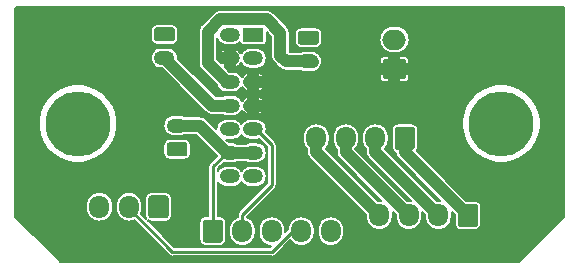
<source format=gtl>
G04 #@! TF.GenerationSoftware,KiCad,Pcbnew,(5.1.2)-1*
G04 #@! TF.CreationDate,2020-09-10T07:29:52+09:00*
G04 #@! TF.ProjectId,Ai3MS_connector_board,4169334d-535f-4636-9f6e-6e6563746f72,rev?*
G04 #@! TF.SameCoordinates,PX7efb530PY7b459e0*
G04 #@! TF.FileFunction,Copper,L1,Top*
G04 #@! TF.FilePolarity,Positive*
%FSLAX46Y46*%
G04 Gerber Fmt 4.6, Leading zero omitted, Abs format (unit mm)*
G04 Created by KiCad (PCBNEW (5.1.2)-1) date 2020-09-10 07:29:52*
%MOMM*%
%LPD*%
G04 APERTURE LIST*
%ADD10O,1.700000X1.200000*%
%ADD11R,1.700000X1.200000*%
%ADD12C,5.500000*%
%ADD13C,0.100000*%
%ADD14C,1.700000*%
%ADD15O,1.700000X1.950000*%
%ADD16C,1.200000*%
%ADD17O,1.750000X1.200000*%
%ADD18O,2.000000X1.700000*%
%ADD19C,0.250000*%
%ADD20C,1.000000*%
%ADD21C,0.150000*%
G04 APERTURE END LIST*
D10*
X18480000Y19500000D03*
X18480000Y17500000D03*
X18480000Y15500000D03*
X18480000Y13500000D03*
X18480000Y11500000D03*
X18480000Y9500000D03*
X18480000Y7500000D03*
X20480000Y7500000D03*
X20480000Y9500000D03*
X20480000Y11500000D03*
X20480000Y13500000D03*
X20480000Y15500000D03*
X20480000Y17500000D03*
D11*
X20480000Y19500000D03*
D12*
X41480000Y11975000D03*
X5630000Y11975000D03*
D13*
G36*
X13079504Y5898796D02*
G01*
X13103773Y5895196D01*
X13127571Y5889235D01*
X13150671Y5880970D01*
X13172849Y5870480D01*
X13193893Y5857867D01*
X13213598Y5843253D01*
X13231777Y5826777D01*
X13248253Y5808598D01*
X13262867Y5788893D01*
X13275480Y5767849D01*
X13285970Y5745671D01*
X13294235Y5722571D01*
X13300196Y5698773D01*
X13303796Y5674504D01*
X13305000Y5650000D01*
X13305000Y4200000D01*
X13303796Y4175496D01*
X13300196Y4151227D01*
X13294235Y4127429D01*
X13285970Y4104329D01*
X13275480Y4082151D01*
X13262867Y4061107D01*
X13248253Y4041402D01*
X13231777Y4023223D01*
X13213598Y4006747D01*
X13193893Y3992133D01*
X13172849Y3979520D01*
X13150671Y3969030D01*
X13127571Y3960765D01*
X13103773Y3954804D01*
X13079504Y3951204D01*
X13055000Y3950000D01*
X11855000Y3950000D01*
X11830496Y3951204D01*
X11806227Y3954804D01*
X11782429Y3960765D01*
X11759329Y3969030D01*
X11737151Y3979520D01*
X11716107Y3992133D01*
X11696402Y4006747D01*
X11678223Y4023223D01*
X11661747Y4041402D01*
X11647133Y4061107D01*
X11634520Y4082151D01*
X11624030Y4104329D01*
X11615765Y4127429D01*
X11609804Y4151227D01*
X11606204Y4175496D01*
X11605000Y4200000D01*
X11605000Y5650000D01*
X11606204Y5674504D01*
X11609804Y5698773D01*
X11615765Y5722571D01*
X11624030Y5745671D01*
X11634520Y5767849D01*
X11647133Y5788893D01*
X11661747Y5808598D01*
X11678223Y5826777D01*
X11696402Y5843253D01*
X11716107Y5857867D01*
X11737151Y5870480D01*
X11759329Y5880970D01*
X11782429Y5889235D01*
X11806227Y5895196D01*
X11830496Y5898796D01*
X11855000Y5900000D01*
X13055000Y5900000D01*
X13079504Y5898796D01*
X13079504Y5898796D01*
G37*
D14*
X12455000Y4925000D03*
D15*
X9955000Y4925000D03*
X7455000Y4925000D03*
D13*
G36*
X39279504Y5173796D02*
G01*
X39303773Y5170196D01*
X39327571Y5164235D01*
X39350671Y5155970D01*
X39372849Y5145480D01*
X39393893Y5132867D01*
X39413598Y5118253D01*
X39431777Y5101777D01*
X39448253Y5083598D01*
X39462867Y5063893D01*
X39475480Y5042849D01*
X39485970Y5020671D01*
X39494235Y4997571D01*
X39500196Y4973773D01*
X39503796Y4949504D01*
X39505000Y4925000D01*
X39505000Y3475000D01*
X39503796Y3450496D01*
X39500196Y3426227D01*
X39494235Y3402429D01*
X39485970Y3379329D01*
X39475480Y3357151D01*
X39462867Y3336107D01*
X39448253Y3316402D01*
X39431777Y3298223D01*
X39413598Y3281747D01*
X39393893Y3267133D01*
X39372849Y3254520D01*
X39350671Y3244030D01*
X39327571Y3235765D01*
X39303773Y3229804D01*
X39279504Y3226204D01*
X39255000Y3225000D01*
X38055000Y3225000D01*
X38030496Y3226204D01*
X38006227Y3229804D01*
X37982429Y3235765D01*
X37959329Y3244030D01*
X37937151Y3254520D01*
X37916107Y3267133D01*
X37896402Y3281747D01*
X37878223Y3298223D01*
X37861747Y3316402D01*
X37847133Y3336107D01*
X37834520Y3357151D01*
X37824030Y3379329D01*
X37815765Y3402429D01*
X37809804Y3426227D01*
X37806204Y3450496D01*
X37805000Y3475000D01*
X37805000Y4925000D01*
X37806204Y4949504D01*
X37809804Y4973773D01*
X37815765Y4997571D01*
X37824030Y5020671D01*
X37834520Y5042849D01*
X37847133Y5063893D01*
X37861747Y5083598D01*
X37878223Y5101777D01*
X37896402Y5118253D01*
X37916107Y5132867D01*
X37937151Y5145480D01*
X37959329Y5155970D01*
X37982429Y5164235D01*
X38006227Y5170196D01*
X38030496Y5173796D01*
X38055000Y5175000D01*
X39255000Y5175000D01*
X39279504Y5173796D01*
X39279504Y5173796D01*
G37*
D14*
X38655000Y4200000D03*
D15*
X36155000Y4200000D03*
X33655000Y4200000D03*
X31155000Y4200000D03*
D13*
G36*
X17674504Y3843796D02*
G01*
X17698773Y3840196D01*
X17722571Y3834235D01*
X17745671Y3825970D01*
X17767849Y3815480D01*
X17788893Y3802867D01*
X17808598Y3788253D01*
X17826777Y3771777D01*
X17843253Y3753598D01*
X17857867Y3733893D01*
X17870480Y3712849D01*
X17880970Y3690671D01*
X17889235Y3667571D01*
X17895196Y3643773D01*
X17898796Y3619504D01*
X17900000Y3595000D01*
X17900000Y2145000D01*
X17898796Y2120496D01*
X17895196Y2096227D01*
X17889235Y2072429D01*
X17880970Y2049329D01*
X17870480Y2027151D01*
X17857867Y2006107D01*
X17843253Y1986402D01*
X17826777Y1968223D01*
X17808598Y1951747D01*
X17788893Y1937133D01*
X17767849Y1924520D01*
X17745671Y1914030D01*
X17722571Y1905765D01*
X17698773Y1899804D01*
X17674504Y1896204D01*
X17650000Y1895000D01*
X16450000Y1895000D01*
X16425496Y1896204D01*
X16401227Y1899804D01*
X16377429Y1905765D01*
X16354329Y1914030D01*
X16332151Y1924520D01*
X16311107Y1937133D01*
X16291402Y1951747D01*
X16273223Y1968223D01*
X16256747Y1986402D01*
X16242133Y2006107D01*
X16229520Y2027151D01*
X16219030Y2049329D01*
X16210765Y2072429D01*
X16204804Y2096227D01*
X16201204Y2120496D01*
X16200000Y2145000D01*
X16200000Y3595000D01*
X16201204Y3619504D01*
X16204804Y3643773D01*
X16210765Y3667571D01*
X16219030Y3690671D01*
X16229520Y3712849D01*
X16242133Y3733893D01*
X16256747Y3753598D01*
X16273223Y3771777D01*
X16291402Y3788253D01*
X16311107Y3802867D01*
X16332151Y3815480D01*
X16354329Y3825970D01*
X16377429Y3834235D01*
X16401227Y3840196D01*
X16425496Y3843796D01*
X16450000Y3845000D01*
X17650000Y3845000D01*
X17674504Y3843796D01*
X17674504Y3843796D01*
G37*
D14*
X17050000Y2870000D03*
D15*
X19550000Y2870000D03*
X22050000Y2870000D03*
X24550000Y2870000D03*
X27050000Y2870000D03*
X25820000Y10730000D03*
X28320000Y10730000D03*
X30820000Y10730000D03*
D13*
G36*
X33944504Y11703796D02*
G01*
X33968773Y11700196D01*
X33992571Y11694235D01*
X34015671Y11685970D01*
X34037849Y11675480D01*
X34058893Y11662867D01*
X34078598Y11648253D01*
X34096777Y11631777D01*
X34113253Y11613598D01*
X34127867Y11593893D01*
X34140480Y11572849D01*
X34150970Y11550671D01*
X34159235Y11527571D01*
X34165196Y11503773D01*
X34168796Y11479504D01*
X34170000Y11455000D01*
X34170000Y10005000D01*
X34168796Y9980496D01*
X34165196Y9956227D01*
X34159235Y9932429D01*
X34150970Y9909329D01*
X34140480Y9887151D01*
X34127867Y9866107D01*
X34113253Y9846402D01*
X34096777Y9828223D01*
X34078598Y9811747D01*
X34058893Y9797133D01*
X34037849Y9784520D01*
X34015671Y9774030D01*
X33992571Y9765765D01*
X33968773Y9759804D01*
X33944504Y9756204D01*
X33920000Y9755000D01*
X32720000Y9755000D01*
X32695496Y9756204D01*
X32671227Y9759804D01*
X32647429Y9765765D01*
X32624329Y9774030D01*
X32602151Y9784520D01*
X32581107Y9797133D01*
X32561402Y9811747D01*
X32543223Y9828223D01*
X32526747Y9846402D01*
X32512133Y9866107D01*
X32499520Y9887151D01*
X32489030Y9909329D01*
X32480765Y9932429D01*
X32474804Y9956227D01*
X32471204Y9980496D01*
X32470000Y10005000D01*
X32470000Y11455000D01*
X32471204Y11479504D01*
X32474804Y11503773D01*
X32480765Y11527571D01*
X32489030Y11550671D01*
X32499520Y11572849D01*
X32512133Y11593893D01*
X32526747Y11613598D01*
X32543223Y11631777D01*
X32561402Y11648253D01*
X32581107Y11662867D01*
X32602151Y11675480D01*
X32624329Y11685970D01*
X32647429Y11694235D01*
X32671227Y11700196D01*
X32695496Y11703796D01*
X32720000Y11705000D01*
X33920000Y11705000D01*
X33944504Y11703796D01*
X33944504Y11703796D01*
G37*
D14*
X33320000Y10730000D03*
D13*
G36*
X13604505Y20123796D02*
G01*
X13628773Y20120196D01*
X13652572Y20114235D01*
X13675671Y20105970D01*
X13697850Y20095480D01*
X13718893Y20082868D01*
X13738599Y20068253D01*
X13756777Y20051777D01*
X13773253Y20033599D01*
X13787868Y20013893D01*
X13800480Y19992850D01*
X13810970Y19970671D01*
X13819235Y19947572D01*
X13825196Y19923773D01*
X13828796Y19899505D01*
X13830000Y19875001D01*
X13830000Y19174999D01*
X13828796Y19150495D01*
X13825196Y19126227D01*
X13819235Y19102428D01*
X13810970Y19079329D01*
X13800480Y19057150D01*
X13787868Y19036107D01*
X13773253Y19016401D01*
X13756777Y18998223D01*
X13738599Y18981747D01*
X13718893Y18967132D01*
X13697850Y18954520D01*
X13675671Y18944030D01*
X13652572Y18935765D01*
X13628773Y18929804D01*
X13604505Y18926204D01*
X13580001Y18925000D01*
X12329999Y18925000D01*
X12305495Y18926204D01*
X12281227Y18929804D01*
X12257428Y18935765D01*
X12234329Y18944030D01*
X12212150Y18954520D01*
X12191107Y18967132D01*
X12171401Y18981747D01*
X12153223Y18998223D01*
X12136747Y19016401D01*
X12122132Y19036107D01*
X12109520Y19057150D01*
X12099030Y19079329D01*
X12090765Y19102428D01*
X12084804Y19126227D01*
X12081204Y19150495D01*
X12080000Y19174999D01*
X12080000Y19875001D01*
X12081204Y19899505D01*
X12084804Y19923773D01*
X12090765Y19947572D01*
X12099030Y19970671D01*
X12109520Y19992850D01*
X12122132Y20013893D01*
X12136747Y20033599D01*
X12153223Y20051777D01*
X12171401Y20068253D01*
X12191107Y20082868D01*
X12212150Y20095480D01*
X12234329Y20105970D01*
X12257428Y20114235D01*
X12281227Y20120196D01*
X12305495Y20123796D01*
X12329999Y20125000D01*
X13580001Y20125000D01*
X13604505Y20123796D01*
X13604505Y20123796D01*
G37*
D16*
X12955000Y19525000D03*
D17*
X12955000Y17525000D03*
D13*
G36*
X25799505Y19838796D02*
G01*
X25823773Y19835196D01*
X25847572Y19829235D01*
X25870671Y19820970D01*
X25892850Y19810480D01*
X25913893Y19797868D01*
X25933599Y19783253D01*
X25951777Y19766777D01*
X25968253Y19748599D01*
X25982868Y19728893D01*
X25995480Y19707850D01*
X26005970Y19685671D01*
X26014235Y19662572D01*
X26020196Y19638773D01*
X26023796Y19614505D01*
X26025000Y19590001D01*
X26025000Y18889999D01*
X26023796Y18865495D01*
X26020196Y18841227D01*
X26014235Y18817428D01*
X26005970Y18794329D01*
X25995480Y18772150D01*
X25982868Y18751107D01*
X25968253Y18731401D01*
X25951777Y18713223D01*
X25933599Y18696747D01*
X25913893Y18682132D01*
X25892850Y18669520D01*
X25870671Y18659030D01*
X25847572Y18650765D01*
X25823773Y18644804D01*
X25799505Y18641204D01*
X25775001Y18640000D01*
X24524999Y18640000D01*
X24500495Y18641204D01*
X24476227Y18644804D01*
X24452428Y18650765D01*
X24429329Y18659030D01*
X24407150Y18669520D01*
X24386107Y18682132D01*
X24366401Y18696747D01*
X24348223Y18713223D01*
X24331747Y18731401D01*
X24317132Y18751107D01*
X24304520Y18772150D01*
X24294030Y18794329D01*
X24285765Y18817428D01*
X24279804Y18841227D01*
X24276204Y18865495D01*
X24275000Y18889999D01*
X24275000Y19590001D01*
X24276204Y19614505D01*
X24279804Y19638773D01*
X24285765Y19662572D01*
X24294030Y19685671D01*
X24304520Y19707850D01*
X24317132Y19728893D01*
X24331747Y19748599D01*
X24348223Y19766777D01*
X24366401Y19783253D01*
X24386107Y19797868D01*
X24407150Y19810480D01*
X24429329Y19820970D01*
X24452428Y19829235D01*
X24476227Y19835196D01*
X24500495Y19838796D01*
X24524999Y19840000D01*
X25775001Y19840000D01*
X25799505Y19838796D01*
X25799505Y19838796D01*
G37*
D16*
X25150000Y19240000D03*
D17*
X25150000Y17240000D03*
D18*
X32430000Y19090000D03*
D13*
G36*
X33204504Y17438796D02*
G01*
X33228773Y17435196D01*
X33252571Y17429235D01*
X33275671Y17420970D01*
X33297849Y17410480D01*
X33318893Y17397867D01*
X33338598Y17383253D01*
X33356777Y17366777D01*
X33373253Y17348598D01*
X33387867Y17328893D01*
X33400480Y17307849D01*
X33410970Y17285671D01*
X33419235Y17262571D01*
X33425196Y17238773D01*
X33428796Y17214504D01*
X33430000Y17190000D01*
X33430000Y15990000D01*
X33428796Y15965496D01*
X33425196Y15941227D01*
X33419235Y15917429D01*
X33410970Y15894329D01*
X33400480Y15872151D01*
X33387867Y15851107D01*
X33373253Y15831402D01*
X33356777Y15813223D01*
X33338598Y15796747D01*
X33318893Y15782133D01*
X33297849Y15769520D01*
X33275671Y15759030D01*
X33252571Y15750765D01*
X33228773Y15744804D01*
X33204504Y15741204D01*
X33180000Y15740000D01*
X31680000Y15740000D01*
X31655496Y15741204D01*
X31631227Y15744804D01*
X31607429Y15750765D01*
X31584329Y15759030D01*
X31562151Y15769520D01*
X31541107Y15782133D01*
X31521402Y15796747D01*
X31503223Y15813223D01*
X31486747Y15831402D01*
X31472133Y15851107D01*
X31459520Y15872151D01*
X31449030Y15894329D01*
X31440765Y15917429D01*
X31434804Y15941227D01*
X31431204Y15965496D01*
X31430000Y15990000D01*
X31430000Y17190000D01*
X31431204Y17214504D01*
X31434804Y17238773D01*
X31440765Y17262571D01*
X31449030Y17285671D01*
X31459520Y17307849D01*
X31472133Y17328893D01*
X31486747Y17348598D01*
X31503223Y17366777D01*
X31521402Y17383253D01*
X31541107Y17397867D01*
X31562151Y17410480D01*
X31584329Y17420970D01*
X31607429Y17429235D01*
X31631227Y17435196D01*
X31655496Y17438796D01*
X31680000Y17440000D01*
X33180000Y17440000D01*
X33204504Y17438796D01*
X33204504Y17438796D01*
G37*
D14*
X32430000Y16590000D03*
D17*
X14030000Y11800000D03*
D13*
G36*
X14679505Y10398796D02*
G01*
X14703773Y10395196D01*
X14727572Y10389235D01*
X14750671Y10380970D01*
X14772850Y10370480D01*
X14793893Y10357868D01*
X14813599Y10343253D01*
X14831777Y10326777D01*
X14848253Y10308599D01*
X14862868Y10288893D01*
X14875480Y10267850D01*
X14885970Y10245671D01*
X14894235Y10222572D01*
X14900196Y10198773D01*
X14903796Y10174505D01*
X14905000Y10150001D01*
X14905000Y9449999D01*
X14903796Y9425495D01*
X14900196Y9401227D01*
X14894235Y9377428D01*
X14885970Y9354329D01*
X14875480Y9332150D01*
X14862868Y9311107D01*
X14848253Y9291401D01*
X14831777Y9273223D01*
X14813599Y9256747D01*
X14793893Y9242132D01*
X14772850Y9229520D01*
X14750671Y9219030D01*
X14727572Y9210765D01*
X14703773Y9204804D01*
X14679505Y9201204D01*
X14655001Y9200000D01*
X13404999Y9200000D01*
X13380495Y9201204D01*
X13356227Y9204804D01*
X13332428Y9210765D01*
X13309329Y9219030D01*
X13287150Y9229520D01*
X13266107Y9242132D01*
X13246401Y9256747D01*
X13228223Y9273223D01*
X13211747Y9291401D01*
X13197132Y9311107D01*
X13184520Y9332150D01*
X13174030Y9354329D01*
X13165765Y9377428D01*
X13159804Y9401227D01*
X13156204Y9425495D01*
X13155000Y9449999D01*
X13155000Y10150001D01*
X13156204Y10174505D01*
X13159804Y10198773D01*
X13165765Y10222572D01*
X13174030Y10245671D01*
X13184520Y10267850D01*
X13197132Y10288893D01*
X13211747Y10308599D01*
X13228223Y10326777D01*
X13246401Y10343253D01*
X13266107Y10357868D01*
X13287150Y10370480D01*
X13309329Y10380970D01*
X13332428Y10389235D01*
X13356227Y10395196D01*
X13380495Y10398796D01*
X13404999Y10400000D01*
X14655001Y10400000D01*
X14679505Y10398796D01*
X14679505Y10398796D01*
G37*
D16*
X14030000Y9800000D03*
D19*
X17080000Y8350000D02*
X18230000Y9500000D01*
X17080000Y3050000D02*
X17080000Y8350000D01*
D20*
X20480000Y9500000D02*
X18480000Y9500000D01*
X14030000Y11800000D02*
X15930000Y11800000D01*
X15930000Y11800000D02*
X18230000Y9500000D01*
D19*
X19550000Y4245000D02*
X19550000Y2870000D01*
X22050000Y6745000D02*
X19550000Y4245000D01*
X20730000Y11500000D02*
X22050000Y10180000D01*
X22050000Y10180000D02*
X22050000Y6745000D01*
X22050000Y2745000D02*
X22050000Y2870000D01*
X23836715Y2870000D02*
X24550000Y2870000D01*
X22086697Y1119982D02*
X23836715Y2870000D01*
X13635021Y1119980D02*
X22086697Y1119982D01*
X9955000Y4800000D02*
X13635021Y1119980D01*
X9955000Y4925000D02*
X9955000Y4800000D01*
X26336715Y2870000D02*
X27050000Y2870000D01*
X7455000Y4925000D02*
X7455000Y4800000D01*
D20*
X25820000Y9535000D02*
X31155000Y4200000D01*
X25820000Y10730000D02*
X25820000Y9535000D01*
X28320000Y9535000D02*
X33655000Y4200000D01*
X28320000Y10730000D02*
X28320000Y9535000D01*
X30820000Y9535000D02*
X36155000Y4200000D01*
X30820000Y10730000D02*
X30820000Y9535000D01*
X33320000Y9535000D02*
X38655000Y4200000D01*
X33320000Y10730000D02*
X33320000Y9535000D01*
X25530000Y17225000D02*
X25211480Y17225000D01*
X16630000Y19738491D02*
X16630000Y17100000D01*
X21636470Y20800010D02*
X17691519Y20800010D01*
X17691519Y20800010D02*
X16630000Y19738491D01*
X18230000Y15500000D02*
X18480000Y15500000D01*
X16630000Y17100000D02*
X18230000Y15500000D01*
X21636470Y20800010D02*
X22780000Y19656480D01*
X23275000Y17240000D02*
X25150000Y17240000D01*
X22780000Y17735000D02*
X23275000Y17240000D01*
X22780000Y19656480D02*
X22780000Y17735000D01*
X16980000Y13500000D02*
X12955000Y17525000D01*
X18480000Y13500000D02*
X16980000Y13500000D01*
D21*
G36*
X46628323Y21844063D02*
G01*
X46674810Y21830028D01*
X46717686Y21807231D01*
X46755315Y21776541D01*
X46786265Y21739129D01*
X46809361Y21696414D01*
X46823720Y21650028D01*
X46830000Y21590278D01*
X46830001Y4202236D01*
X46826158Y4163039D01*
X46818329Y4137109D01*
X46805609Y4113187D01*
X46780988Y4082998D01*
X43027648Y329656D01*
X42997216Y304659D01*
X42973340Y291857D01*
X42947434Y283937D01*
X42908678Y280000D01*
X4202226Y280000D01*
X4163039Y283842D01*
X4137109Y291671D01*
X4113187Y304391D01*
X4082998Y329012D01*
X329656Y4082352D01*
X304659Y4112784D01*
X291857Y4136660D01*
X283937Y4162566D01*
X280000Y4201322D01*
X280000Y5105264D01*
X6330000Y5105264D01*
X6330000Y4744737D01*
X6346278Y4579463D01*
X6410607Y4367399D01*
X6515071Y4171960D01*
X6655656Y4000656D01*
X6826960Y3860071D01*
X7022398Y3755607D01*
X7234462Y3691278D01*
X7455000Y3669557D01*
X7675537Y3691278D01*
X7887601Y3755607D01*
X8083040Y3860071D01*
X8254344Y4000656D01*
X8394929Y4171960D01*
X8499393Y4367398D01*
X8563722Y4579462D01*
X8580000Y4744736D01*
X8580000Y5105263D01*
X8580000Y5105264D01*
X8830000Y5105264D01*
X8830000Y4744737D01*
X8846278Y4579463D01*
X8910607Y4367399D01*
X9015071Y4171960D01*
X9155656Y4000656D01*
X9326960Y3860071D01*
X9522398Y3755607D01*
X9734462Y3691278D01*
X9955000Y3669557D01*
X10175537Y3691278D01*
X10387601Y3755607D01*
X10417648Y3771667D01*
X13338294Y851021D01*
X13350811Y835769D01*
X13366063Y823252D01*
X13366070Y823245D01*
X13411718Y785783D01*
X13481207Y748640D01*
X13556607Y725768D01*
X13635021Y718045D01*
X13654668Y719980D01*
X22067041Y719983D01*
X22086697Y718047D01*
X22165110Y725770D01*
X22240511Y748643D01*
X22309999Y785785D01*
X22355647Y823247D01*
X22355650Y823250D01*
X22370908Y835772D01*
X22383430Y851030D01*
X23627781Y2095380D01*
X23750657Y1945656D01*
X23921961Y1805071D01*
X24117399Y1700607D01*
X24329463Y1636278D01*
X24550000Y1614557D01*
X24770538Y1636278D01*
X24982602Y1700607D01*
X25178040Y1805071D01*
X25349344Y1945656D01*
X25489929Y2116960D01*
X25594393Y2312399D01*
X25658722Y2524463D01*
X25675000Y2689737D01*
X25675000Y3050263D01*
X25925000Y3050263D01*
X25925000Y2689736D01*
X25941278Y2524462D01*
X26005607Y2312398D01*
X26110071Y2116960D01*
X26250657Y1945656D01*
X26421961Y1805071D01*
X26617399Y1700607D01*
X26829463Y1636278D01*
X27050000Y1614557D01*
X27270538Y1636278D01*
X27482602Y1700607D01*
X27678040Y1805071D01*
X27849344Y1945656D01*
X27989929Y2116960D01*
X28094393Y2312399D01*
X28158722Y2524463D01*
X28175000Y2689737D01*
X28175000Y3050264D01*
X28158722Y3215538D01*
X28094393Y3427602D01*
X27989929Y3623040D01*
X27849344Y3794344D01*
X27678040Y3934929D01*
X27482601Y4039393D01*
X27270537Y4103722D01*
X27050000Y4125443D01*
X26829462Y4103722D01*
X26617398Y4039393D01*
X26421960Y3934929D01*
X26250656Y3794344D01*
X26110071Y3623040D01*
X26005607Y3427601D01*
X25941278Y3215537D01*
X25925000Y3050263D01*
X25675000Y3050263D01*
X25675000Y3050264D01*
X25658722Y3215538D01*
X25594393Y3427602D01*
X25489929Y3623040D01*
X25349344Y3794344D01*
X25178040Y3934929D01*
X24982601Y4039393D01*
X24770537Y4103722D01*
X24550000Y4125443D01*
X24329462Y4103722D01*
X24117398Y4039393D01*
X23921960Y3934929D01*
X23750656Y3794344D01*
X23610071Y3623040D01*
X23505607Y3427601D01*
X23441278Y3215537D01*
X23425000Y3050263D01*
X23425000Y3023971D01*
X23175000Y2773971D01*
X23175000Y3050264D01*
X23158722Y3215538D01*
X23094393Y3427602D01*
X22989929Y3623040D01*
X22849344Y3794344D01*
X22678040Y3934929D01*
X22482601Y4039393D01*
X22270537Y4103722D01*
X22050000Y4125443D01*
X21829462Y4103722D01*
X21617398Y4039393D01*
X21421960Y3934929D01*
X21250656Y3794344D01*
X21110071Y3623040D01*
X21005607Y3427601D01*
X20941278Y3215537D01*
X20925000Y3050263D01*
X20925000Y2689736D01*
X20941278Y2524462D01*
X21005607Y2312398D01*
X21110071Y2116960D01*
X21250657Y1945656D01*
X21421961Y1805071D01*
X21617399Y1700607D01*
X21829463Y1636278D01*
X22018672Y1617643D01*
X21921012Y1519982D01*
X13800708Y1519979D01*
X11538754Y3781932D01*
X11562587Y3762373D01*
X11653582Y3713734D01*
X11752318Y3683783D01*
X11855000Y3673670D01*
X13055000Y3673670D01*
X13157682Y3683783D01*
X13256418Y3713734D01*
X13347413Y3762373D01*
X13427172Y3827828D01*
X13492627Y3907587D01*
X13541266Y3998582D01*
X13571217Y4097318D01*
X13581330Y4200000D01*
X13581330Y5650000D01*
X13571217Y5752682D01*
X13541266Y5851418D01*
X13492627Y5942413D01*
X13427172Y6022172D01*
X13347413Y6087627D01*
X13256418Y6136266D01*
X13157682Y6166217D01*
X13055000Y6176330D01*
X11855000Y6176330D01*
X11752318Y6166217D01*
X11653582Y6136266D01*
X11562587Y6087627D01*
X11482828Y6022172D01*
X11417373Y5942413D01*
X11368734Y5851418D01*
X11338783Y5752682D01*
X11328670Y5650000D01*
X11328670Y4200000D01*
X11338783Y4097318D01*
X11368734Y3998582D01*
X11417373Y3907587D01*
X11436932Y3883753D01*
X10983333Y4337352D01*
X10999393Y4367398D01*
X11063722Y4579462D01*
X11080000Y4744736D01*
X11080000Y5105263D01*
X11063722Y5270537D01*
X10999393Y5482601D01*
X10894929Y5678040D01*
X10754344Y5849344D01*
X10583040Y5989929D01*
X10387602Y6094393D01*
X10175538Y6158722D01*
X9955000Y6180443D01*
X9734463Y6158722D01*
X9522399Y6094393D01*
X9326961Y5989929D01*
X9155657Y5849344D01*
X9015071Y5678040D01*
X8910607Y5482602D01*
X8846278Y5270538D01*
X8830000Y5105264D01*
X8580000Y5105264D01*
X8563722Y5270537D01*
X8499393Y5482601D01*
X8394929Y5678040D01*
X8254344Y5849344D01*
X8083040Y5989929D01*
X7887602Y6094393D01*
X7675538Y6158722D01*
X7455000Y6180443D01*
X7234463Y6158722D01*
X7022399Y6094393D01*
X6826961Y5989929D01*
X6655657Y5849344D01*
X6515071Y5678040D01*
X6410607Y5482602D01*
X6346278Y5270538D01*
X6330000Y5105264D01*
X280000Y5105264D01*
X280000Y12302484D01*
X2305000Y12302484D01*
X2305000Y11647516D01*
X2432778Y11005133D01*
X2683423Y10400022D01*
X3047304Y9855436D01*
X3510436Y9392304D01*
X4055022Y9028423D01*
X4660133Y8777778D01*
X5302516Y8650000D01*
X5957484Y8650000D01*
X6599867Y8777778D01*
X7204978Y9028423D01*
X7749564Y9392304D01*
X8212696Y9855436D01*
X8409518Y10150001D01*
X12878670Y10150001D01*
X12878670Y9449999D01*
X12888783Y9347317D01*
X12918734Y9248582D01*
X12967372Y9157586D01*
X13032828Y9077828D01*
X13112586Y9012372D01*
X13203582Y8963734D01*
X13302317Y8933783D01*
X13404999Y8923670D01*
X14655001Y8923670D01*
X14757683Y8933783D01*
X14856418Y8963734D01*
X14947414Y9012372D01*
X15027172Y9077828D01*
X15092628Y9157586D01*
X15141266Y9248582D01*
X15171217Y9347317D01*
X15181330Y9449999D01*
X15181330Y10150001D01*
X15171217Y10252683D01*
X15141266Y10351418D01*
X15092628Y10442414D01*
X15027172Y10522172D01*
X14947414Y10587628D01*
X14856418Y10636266D01*
X14757683Y10666217D01*
X14655001Y10676330D01*
X13404999Y10676330D01*
X13302317Y10666217D01*
X13203582Y10636266D01*
X13112586Y10587628D01*
X13032828Y10522172D01*
X12967372Y10442414D01*
X12918734Y10351418D01*
X12888783Y10252683D01*
X12878670Y10150001D01*
X8409518Y10150001D01*
X8576577Y10400022D01*
X8827222Y11005133D01*
X8955000Y11647516D01*
X8955000Y11800000D01*
X12875767Y11800000D01*
X12892661Y11628470D01*
X12942695Y11463532D01*
X13023944Y11311524D01*
X13133288Y11178288D01*
X13266524Y11068944D01*
X13418532Y10987695D01*
X13583470Y10937661D01*
X13712021Y10925000D01*
X14347979Y10925000D01*
X14476530Y10937661D01*
X14641468Y10987695D01*
X14711262Y11025000D01*
X15608986Y11025000D01*
X17394722Y9239263D01*
X17396783Y9232468D01*
X16811048Y8646733D01*
X16795790Y8634211D01*
X16783268Y8618953D01*
X16783265Y8618950D01*
X16745803Y8573302D01*
X16708661Y8503814D01*
X16685788Y8428413D01*
X16678065Y8350000D01*
X16680001Y8330344D01*
X16680000Y4121330D01*
X16450000Y4121330D01*
X16347318Y4111217D01*
X16248582Y4081266D01*
X16157587Y4032627D01*
X16077828Y3967172D01*
X16012373Y3887413D01*
X15963734Y3796418D01*
X15933783Y3697682D01*
X15923670Y3595000D01*
X15923670Y2145000D01*
X15933783Y2042318D01*
X15963734Y1943582D01*
X16012373Y1852587D01*
X16077828Y1772828D01*
X16157587Y1707373D01*
X16248582Y1658734D01*
X16347318Y1628783D01*
X16450000Y1618670D01*
X17650000Y1618670D01*
X17752682Y1628783D01*
X17851418Y1658734D01*
X17942413Y1707373D01*
X18022172Y1772828D01*
X18087627Y1852587D01*
X18136266Y1943582D01*
X18166217Y2042318D01*
X18176330Y2145000D01*
X18176330Y3595000D01*
X18166217Y3697682D01*
X18136266Y3796418D01*
X18087627Y3887413D01*
X18022172Y3967172D01*
X17942413Y4032627D01*
X17851418Y4081266D01*
X17752682Y4111217D01*
X17650000Y4121330D01*
X17480000Y4121330D01*
X17480000Y7046966D01*
X17498944Y7011524D01*
X17608288Y6878288D01*
X17741524Y6768944D01*
X17893532Y6687695D01*
X18058470Y6637661D01*
X18187021Y6625000D01*
X18772979Y6625000D01*
X18901530Y6637661D01*
X19066468Y6687695D01*
X19218476Y6768944D01*
X19351712Y6878288D01*
X19461056Y7011524D01*
X19480000Y7046966D01*
X19498944Y7011524D01*
X19608288Y6878288D01*
X19741524Y6768944D01*
X19893532Y6687695D01*
X20058470Y6637661D01*
X20187021Y6625000D01*
X20772979Y6625000D01*
X20901530Y6637661D01*
X21066468Y6687695D01*
X21218476Y6768944D01*
X21351712Y6878288D01*
X21461056Y7011524D01*
X21542305Y7163532D01*
X21592339Y7328470D01*
X21609233Y7500000D01*
X21592339Y7671530D01*
X21542305Y7836468D01*
X21461056Y7988476D01*
X21351712Y8121712D01*
X21218476Y8231056D01*
X21066468Y8312305D01*
X20901530Y8362339D01*
X20772979Y8375000D01*
X20187021Y8375000D01*
X20058470Y8362339D01*
X19893532Y8312305D01*
X19741524Y8231056D01*
X19608288Y8121712D01*
X19498944Y7988476D01*
X19480000Y7953034D01*
X19461056Y7988476D01*
X19351712Y8121712D01*
X19218476Y8231056D01*
X19066468Y8312305D01*
X18901530Y8362339D01*
X18772979Y8375000D01*
X18187021Y8375000D01*
X18058470Y8362339D01*
X17893532Y8312305D01*
X17741524Y8231056D01*
X17608288Y8121712D01*
X17498944Y7988476D01*
X17480000Y7953034D01*
X17480000Y8184315D01*
X17962468Y8666783D01*
X18058470Y8637661D01*
X18187021Y8625000D01*
X18772979Y8625000D01*
X18901530Y8637661D01*
X19066468Y8687695D01*
X19136262Y8725000D01*
X19823738Y8725000D01*
X19893532Y8687695D01*
X20058470Y8637661D01*
X20187021Y8625000D01*
X20772979Y8625000D01*
X20901530Y8637661D01*
X21066468Y8687695D01*
X21218476Y8768944D01*
X21351712Y8878288D01*
X21461056Y9011524D01*
X21542305Y9163532D01*
X21592339Y9328470D01*
X21609233Y9500000D01*
X21592339Y9671530D01*
X21542305Y9836468D01*
X21461056Y9988476D01*
X21351712Y10121712D01*
X21218476Y10231056D01*
X21066468Y10312305D01*
X20901530Y10362339D01*
X20772979Y10375000D01*
X20187021Y10375000D01*
X20058470Y10362339D01*
X19893532Y10312305D01*
X19823738Y10275000D01*
X19136262Y10275000D01*
X19066468Y10312305D01*
X18901530Y10362339D01*
X18772979Y10375000D01*
X18451015Y10375000D01*
X18201015Y10625000D01*
X18772979Y10625000D01*
X18901530Y10637661D01*
X19066468Y10687695D01*
X19218476Y10768944D01*
X19351712Y10878288D01*
X19461056Y11011524D01*
X19480000Y11046966D01*
X19498944Y11011524D01*
X19608288Y10878288D01*
X19741524Y10768944D01*
X19893532Y10687695D01*
X20058470Y10637661D01*
X20187021Y10625000D01*
X20772979Y10625000D01*
X20901530Y10637661D01*
X20997531Y10666783D01*
X21650000Y10014314D01*
X21650001Y6910687D01*
X19281052Y4541737D01*
X19265789Y4529211D01*
X19215803Y4468302D01*
X19178660Y4398813D01*
X19163249Y4348009D01*
X19155788Y4323413D01*
X19148065Y4245000D01*
X19150000Y4225353D01*
X19150000Y4049283D01*
X19117398Y4039393D01*
X18921960Y3934929D01*
X18750656Y3794344D01*
X18610071Y3623040D01*
X18505607Y3427601D01*
X18441278Y3215537D01*
X18425000Y3050263D01*
X18425000Y2689736D01*
X18441278Y2524462D01*
X18505607Y2312398D01*
X18610071Y2116960D01*
X18750657Y1945656D01*
X18921961Y1805071D01*
X19117399Y1700607D01*
X19329463Y1636278D01*
X19550000Y1614557D01*
X19770538Y1636278D01*
X19982602Y1700607D01*
X20178040Y1805071D01*
X20349344Y1945656D01*
X20489929Y2116960D01*
X20594393Y2312399D01*
X20658722Y2524463D01*
X20675000Y2689737D01*
X20675000Y3050264D01*
X20658722Y3215538D01*
X20594393Y3427602D01*
X20489929Y3623040D01*
X20349344Y3794344D01*
X20178040Y3934929D01*
X19982601Y4039393D01*
X19950000Y4049282D01*
X19950000Y4079315D01*
X22318953Y6448267D01*
X22334211Y6460789D01*
X22384197Y6521697D01*
X22421340Y6591185D01*
X22444212Y6666586D01*
X22451935Y6745000D01*
X22450000Y6764646D01*
X22450000Y10160354D01*
X22451935Y10180000D01*
X22446907Y10231056D01*
X22444212Y10258414D01*
X22427427Y10313749D01*
X22421340Y10333815D01*
X22384197Y10403303D01*
X22346735Y10448951D01*
X22346733Y10448953D01*
X22334211Y10464211D01*
X22318954Y10476732D01*
X21885422Y10910264D01*
X24695000Y10910264D01*
X24695000Y10549737D01*
X24711278Y10384463D01*
X24775607Y10172399D01*
X24880071Y9976960D01*
X25020656Y9805656D01*
X25045001Y9785677D01*
X25045001Y9573072D01*
X25041251Y9535000D01*
X25056215Y9383074D01*
X25100531Y9236986D01*
X25172494Y9102350D01*
X25214956Y9050611D01*
X25269342Y8984341D01*
X25298914Y8960072D01*
X30030000Y4228985D01*
X30030000Y4019737D01*
X30046278Y3854463D01*
X30110607Y3642399D01*
X30215071Y3446960D01*
X30355656Y3275656D01*
X30526960Y3135071D01*
X30722398Y3030607D01*
X30934462Y2966278D01*
X31155000Y2944557D01*
X31375537Y2966278D01*
X31587601Y3030607D01*
X31783040Y3135071D01*
X31954344Y3275656D01*
X32094929Y3446960D01*
X32199393Y3642398D01*
X32263722Y3854462D01*
X32280000Y4019736D01*
X32280000Y4380263D01*
X32269214Y4489771D01*
X32530000Y4228985D01*
X32530000Y4019737D01*
X32546278Y3854463D01*
X32610607Y3642399D01*
X32715071Y3446960D01*
X32855656Y3275656D01*
X33026960Y3135071D01*
X33222398Y3030607D01*
X33434462Y2966278D01*
X33655000Y2944557D01*
X33875537Y2966278D01*
X34087601Y3030607D01*
X34283040Y3135071D01*
X34454344Y3275656D01*
X34594929Y3446960D01*
X34699393Y3642398D01*
X34763722Y3854462D01*
X34780000Y4019736D01*
X34780000Y4380263D01*
X34769214Y4489771D01*
X35030000Y4228985D01*
X35030000Y4019737D01*
X35046278Y3854463D01*
X35110607Y3642399D01*
X35215071Y3446960D01*
X35355656Y3275656D01*
X35526960Y3135071D01*
X35722398Y3030607D01*
X35934462Y2966278D01*
X36155000Y2944557D01*
X36375537Y2966278D01*
X36587601Y3030607D01*
X36783040Y3135071D01*
X36954344Y3275656D01*
X37094929Y3446960D01*
X37199393Y3642398D01*
X37263722Y3854462D01*
X37280000Y4019736D01*
X37280000Y4380263D01*
X37269214Y4489771D01*
X37528670Y4230315D01*
X37528670Y3475000D01*
X37538783Y3372318D01*
X37568734Y3273582D01*
X37617373Y3182587D01*
X37682828Y3102828D01*
X37762587Y3037373D01*
X37853582Y2988734D01*
X37952318Y2958783D01*
X38055000Y2948670D01*
X39255000Y2948670D01*
X39357682Y2958783D01*
X39456418Y2988734D01*
X39547413Y3037373D01*
X39627172Y3102828D01*
X39692627Y3182587D01*
X39741266Y3273582D01*
X39771217Y3372318D01*
X39781330Y3475000D01*
X39781330Y4925000D01*
X39771217Y5027682D01*
X39741266Y5126418D01*
X39692627Y5217413D01*
X39627172Y5297172D01*
X39547413Y5362627D01*
X39456418Y5411266D01*
X39357682Y5441217D01*
X39255000Y5451330D01*
X38499685Y5451330D01*
X34303898Y9647116D01*
X34357627Y9712587D01*
X34406266Y9803582D01*
X34436217Y9902318D01*
X34446330Y10005000D01*
X34446330Y11455000D01*
X34436217Y11557682D01*
X34406266Y11656418D01*
X34357627Y11747413D01*
X34292172Y11827172D01*
X34212413Y11892627D01*
X34121418Y11941266D01*
X34022682Y11971217D01*
X33920000Y11981330D01*
X32720000Y11981330D01*
X32617318Y11971217D01*
X32518582Y11941266D01*
X32427587Y11892627D01*
X32347828Y11827172D01*
X32282373Y11747413D01*
X32233734Y11656418D01*
X32203783Y11557682D01*
X32193670Y11455000D01*
X32193670Y10005000D01*
X32203783Y9902318D01*
X32233734Y9803582D01*
X32282373Y9712587D01*
X32347828Y9632828D01*
X32427587Y9567373D01*
X32518582Y9518734D01*
X32543601Y9511145D01*
X32556215Y9383074D01*
X32600531Y9236986D01*
X32672494Y9102350D01*
X32714956Y9050611D01*
X32769342Y8984341D01*
X32798914Y8960072D01*
X36319771Y5439215D01*
X36155000Y5455443D01*
X36009866Y5441149D01*
X31631070Y9819944D01*
X31759929Y9976960D01*
X31864393Y10172398D01*
X31928722Y10384462D01*
X31945000Y10549736D01*
X31945000Y10910263D01*
X31928722Y11075537D01*
X31864393Y11287601D01*
X31759929Y11483040D01*
X31619344Y11654344D01*
X31448040Y11794929D01*
X31252602Y11899393D01*
X31040538Y11963722D01*
X30820000Y11985443D01*
X30599463Y11963722D01*
X30387399Y11899393D01*
X30191961Y11794929D01*
X30020657Y11654344D01*
X29880071Y11483040D01*
X29775607Y11287602D01*
X29711278Y11075538D01*
X29695000Y10910264D01*
X29695000Y10549737D01*
X29711278Y10384463D01*
X29775607Y10172399D01*
X29880071Y9976960D01*
X30020656Y9805656D01*
X30045001Y9785677D01*
X30045001Y9573072D01*
X30041251Y9535000D01*
X30056215Y9383074D01*
X30100531Y9236986D01*
X30172494Y9102350D01*
X30214956Y9050611D01*
X30269342Y8984341D01*
X30298914Y8960072D01*
X33819771Y5439215D01*
X33655000Y5455443D01*
X33509866Y5441149D01*
X29131070Y9819944D01*
X29259929Y9976960D01*
X29364393Y10172398D01*
X29428722Y10384462D01*
X29445000Y10549736D01*
X29445000Y10910263D01*
X29428722Y11075537D01*
X29364393Y11287601D01*
X29259929Y11483040D01*
X29119344Y11654344D01*
X28948040Y11794929D01*
X28752602Y11899393D01*
X28540538Y11963722D01*
X28320000Y11985443D01*
X28099463Y11963722D01*
X27887399Y11899393D01*
X27691961Y11794929D01*
X27520657Y11654344D01*
X27380071Y11483040D01*
X27275607Y11287602D01*
X27211278Y11075538D01*
X27195000Y10910264D01*
X27195000Y10549737D01*
X27211278Y10384463D01*
X27275607Y10172399D01*
X27380071Y9976960D01*
X27520656Y9805656D01*
X27545001Y9785677D01*
X27545001Y9573072D01*
X27541251Y9535000D01*
X27556215Y9383074D01*
X27600531Y9236986D01*
X27672494Y9102350D01*
X27714956Y9050611D01*
X27769342Y8984341D01*
X27798914Y8960072D01*
X31319771Y5439215D01*
X31155000Y5455443D01*
X31009866Y5441149D01*
X26631070Y9819944D01*
X26759929Y9976960D01*
X26864393Y10172398D01*
X26928722Y10384462D01*
X26945000Y10549736D01*
X26945000Y10910263D01*
X26928722Y11075537D01*
X26864393Y11287601D01*
X26759929Y11483040D01*
X26619344Y11654344D01*
X26448040Y11794929D01*
X26252602Y11899393D01*
X26040538Y11963722D01*
X25820000Y11985443D01*
X25599463Y11963722D01*
X25387399Y11899393D01*
X25191961Y11794929D01*
X25020657Y11654344D01*
X24880071Y11483040D01*
X24775607Y11287602D01*
X24711278Y11075538D01*
X24695000Y10910264D01*
X21885422Y10910264D01*
X21563217Y11232469D01*
X21592339Y11328470D01*
X21609233Y11500000D01*
X21592339Y11671530D01*
X21542305Y11836468D01*
X21461056Y11988476D01*
X21351712Y12121712D01*
X21218476Y12231056D01*
X21084843Y12302484D01*
X38155000Y12302484D01*
X38155000Y11647516D01*
X38282778Y11005133D01*
X38533423Y10400022D01*
X38897304Y9855436D01*
X39360436Y9392304D01*
X39905022Y9028423D01*
X40510133Y8777778D01*
X41152516Y8650000D01*
X41807484Y8650000D01*
X42449867Y8777778D01*
X43054978Y9028423D01*
X43599564Y9392304D01*
X44062696Y9855436D01*
X44426577Y10400022D01*
X44677222Y11005133D01*
X44805000Y11647516D01*
X44805000Y12302484D01*
X44677222Y12944867D01*
X44426577Y13549978D01*
X44062696Y14094564D01*
X43599564Y14557696D01*
X43054978Y14921577D01*
X42449867Y15172222D01*
X41807484Y15300000D01*
X41152516Y15300000D01*
X40510133Y15172222D01*
X39905022Y14921577D01*
X39360436Y14557696D01*
X38897304Y14094564D01*
X38533423Y13549978D01*
X38282778Y12944867D01*
X38155000Y12302484D01*
X21084843Y12302484D01*
X21066468Y12312305D01*
X20901530Y12362339D01*
X20772979Y12375000D01*
X20187021Y12375000D01*
X20058470Y12362339D01*
X19893532Y12312305D01*
X19741524Y12231056D01*
X19608288Y12121712D01*
X19498944Y11988476D01*
X19480000Y11953034D01*
X19461056Y11988476D01*
X19351712Y12121712D01*
X19218476Y12231056D01*
X19066468Y12312305D01*
X18901530Y12362339D01*
X18772979Y12375000D01*
X18187021Y12375000D01*
X18058470Y12362339D01*
X17893532Y12312305D01*
X17741524Y12231056D01*
X17608288Y12121712D01*
X17498944Y11988476D01*
X17417695Y11836468D01*
X17367661Y11671530D01*
X17350767Y11500000D01*
X17353471Y11472543D01*
X16504932Y12321082D01*
X16480659Y12350659D01*
X16362650Y12447506D01*
X16228014Y12519470D01*
X16081926Y12563786D01*
X15968065Y12575000D01*
X15968063Y12575000D01*
X15930000Y12578749D01*
X15891937Y12575000D01*
X14711262Y12575000D01*
X14641468Y12612305D01*
X14476530Y12662339D01*
X14347979Y12675000D01*
X13712021Y12675000D01*
X13583470Y12662339D01*
X13418532Y12612305D01*
X13266524Y12531056D01*
X13133288Y12421712D01*
X13023944Y12288476D01*
X12942695Y12136468D01*
X12892661Y11971530D01*
X12875767Y11800000D01*
X8955000Y11800000D01*
X8955000Y12302484D01*
X8827222Y12944867D01*
X8576577Y13549978D01*
X8212696Y14094564D01*
X7749564Y14557696D01*
X7204978Y14921577D01*
X6599867Y15172222D01*
X5957484Y15300000D01*
X5302516Y15300000D01*
X4660133Y15172222D01*
X4055022Y14921577D01*
X3510436Y14557696D01*
X3047304Y14094564D01*
X2683423Y13549978D01*
X2432778Y12944867D01*
X2305000Y12302484D01*
X280000Y12302484D01*
X280000Y17525000D01*
X11800767Y17525000D01*
X11817661Y17353470D01*
X11867695Y17188532D01*
X11948944Y17036524D01*
X12058288Y16903288D01*
X12191524Y16793944D01*
X12343532Y16712695D01*
X12508470Y16662661D01*
X12637021Y16650000D01*
X12733986Y16650000D01*
X16405076Y12978908D01*
X16429341Y12949341D01*
X16458907Y12925077D01*
X16458908Y12925076D01*
X16547349Y12852494D01*
X16681985Y12780530D01*
X16715987Y12770216D01*
X16828074Y12736214D01*
X16941935Y12725000D01*
X16941937Y12725000D01*
X16980000Y12721251D01*
X17018063Y12725000D01*
X17823738Y12725000D01*
X17893532Y12687695D01*
X18058470Y12637661D01*
X18187021Y12625000D01*
X18772979Y12625000D01*
X18901530Y12637661D01*
X19066468Y12687695D01*
X19218476Y12768944D01*
X19351712Y12878288D01*
X19461056Y13011524D01*
X19494983Y13074998D01*
X19589413Y13074998D01*
X19598083Y12969617D01*
X19673954Y12927543D01*
X19796319Y12830063D01*
X19935350Y12758329D01*
X20055000Y12777617D01*
X20055000Y13075000D01*
X20905000Y13075000D01*
X20905000Y12777617D01*
X21024650Y12758329D01*
X21163681Y12830063D01*
X21286046Y12927543D01*
X21361917Y12969617D01*
X21370587Y13075000D01*
X20905000Y13075000D01*
X20055000Y13075000D01*
X20035000Y13075000D01*
X20035000Y13925000D01*
X20055000Y13925000D01*
X20055000Y14222383D01*
X20905000Y14222383D01*
X20905000Y13925000D01*
X21370587Y13925000D01*
X21361917Y14030383D01*
X21286046Y14072457D01*
X21163681Y14169937D01*
X21024650Y14241671D01*
X20905000Y14222383D01*
X20055000Y14222383D01*
X19935350Y14241671D01*
X19796319Y14169937D01*
X19673954Y14072457D01*
X19598083Y14030383D01*
X19589413Y13925002D01*
X19494983Y13925002D01*
X19461056Y13988476D01*
X19351712Y14121712D01*
X19218476Y14231056D01*
X19066468Y14312305D01*
X18901530Y14362339D01*
X18772979Y14375000D01*
X18187021Y14375000D01*
X18058470Y14362339D01*
X17893532Y14312305D01*
X17823738Y14275000D01*
X17301016Y14275000D01*
X14104013Y17472001D01*
X14109233Y17525000D01*
X14092339Y17696530D01*
X14042305Y17861468D01*
X13961056Y18013476D01*
X13851712Y18146712D01*
X13718476Y18256056D01*
X13566468Y18337305D01*
X13401530Y18387339D01*
X13272979Y18400000D01*
X12637021Y18400000D01*
X12508470Y18387339D01*
X12343532Y18337305D01*
X12191524Y18256056D01*
X12058288Y18146712D01*
X11948944Y18013476D01*
X11867695Y17861468D01*
X11817661Y17696530D01*
X11800767Y17525000D01*
X280000Y17525000D01*
X280000Y19875001D01*
X11803670Y19875001D01*
X11803670Y19174999D01*
X11813783Y19072317D01*
X11843734Y18973582D01*
X11892372Y18882586D01*
X11957828Y18802828D01*
X12037586Y18737372D01*
X12128582Y18688734D01*
X12227317Y18658783D01*
X12329999Y18648670D01*
X13580001Y18648670D01*
X13682683Y18658783D01*
X13781418Y18688734D01*
X13872414Y18737372D01*
X13952172Y18802828D01*
X14017628Y18882586D01*
X14066266Y18973582D01*
X14096217Y19072317D01*
X14106330Y19174999D01*
X14106330Y19738491D01*
X15851251Y19738491D01*
X15855000Y19700428D01*
X15855001Y17138073D01*
X15851251Y17100000D01*
X15866215Y16948074D01*
X15910531Y16801986D01*
X15982494Y16667350D01*
X16022759Y16618288D01*
X16079342Y16549341D01*
X16108914Y16525072D01*
X17394722Y15239263D01*
X17417695Y15163532D01*
X17498944Y15011524D01*
X17608288Y14878288D01*
X17741524Y14768944D01*
X17893532Y14687695D01*
X18058470Y14637661D01*
X18187021Y14625000D01*
X18772979Y14625000D01*
X18901530Y14637661D01*
X19066468Y14687695D01*
X19218476Y14768944D01*
X19351712Y14878288D01*
X19461056Y15011524D01*
X19494983Y15074998D01*
X19589413Y15074998D01*
X19598083Y14969617D01*
X19673954Y14927543D01*
X19796319Y14830063D01*
X19935350Y14758329D01*
X20055000Y14777617D01*
X20055000Y15075000D01*
X20905000Y15075000D01*
X20905000Y14777617D01*
X21024650Y14758329D01*
X21163681Y14830063D01*
X21286046Y14927543D01*
X21361917Y14969617D01*
X21370587Y15075000D01*
X20905000Y15075000D01*
X20055000Y15075000D01*
X20035000Y15075000D01*
X20035000Y15740000D01*
X31203911Y15740000D01*
X31208255Y15695892D01*
X31221121Y15653479D01*
X31242014Y15614392D01*
X31270131Y15580131D01*
X31304392Y15552014D01*
X31343479Y15531121D01*
X31385892Y15518255D01*
X31430000Y15513911D01*
X31948750Y15515000D01*
X32005000Y15571250D01*
X32005000Y16165000D01*
X32855000Y16165000D01*
X32855000Y15571250D01*
X32911250Y15515000D01*
X33430000Y15513911D01*
X33474108Y15518255D01*
X33516521Y15531121D01*
X33555608Y15552014D01*
X33589869Y15580131D01*
X33617986Y15614392D01*
X33638879Y15653479D01*
X33651745Y15695892D01*
X33656089Y15740000D01*
X33655000Y16108750D01*
X33598750Y16165000D01*
X32855000Y16165000D01*
X32005000Y16165000D01*
X31261250Y16165000D01*
X31205000Y16108750D01*
X31203911Y15740000D01*
X20035000Y15740000D01*
X20035000Y15925000D01*
X20055000Y15925000D01*
X20055000Y16222383D01*
X20905000Y16222383D01*
X20905000Y15925000D01*
X21370587Y15925000D01*
X21361917Y16030383D01*
X21286046Y16072457D01*
X21163681Y16169937D01*
X21024650Y16241671D01*
X20905000Y16222383D01*
X20055000Y16222383D01*
X19935350Y16241671D01*
X19796319Y16169937D01*
X19673954Y16072457D01*
X19598083Y16030383D01*
X19589413Y15925002D01*
X19494983Y15925002D01*
X19461056Y15988476D01*
X19351712Y16121712D01*
X19218476Y16231056D01*
X19066468Y16312305D01*
X18901530Y16362339D01*
X18772979Y16375000D01*
X18451015Y16375000D01*
X18049314Y16776700D01*
X18055000Y16777617D01*
X18055000Y17075000D01*
X17751014Y17075000D01*
X17405000Y17421014D01*
X17405000Y17925000D01*
X17589413Y17925000D01*
X18055000Y17925000D01*
X18055000Y18222383D01*
X18905000Y18222383D01*
X18905000Y17925000D01*
X18925000Y17925000D01*
X18925000Y17075000D01*
X18905000Y17075000D01*
X18905000Y16777617D01*
X19024650Y16758329D01*
X19163681Y16830063D01*
X19286046Y16927543D01*
X19361917Y16969617D01*
X19370587Y17074998D01*
X19465017Y17074998D01*
X19498944Y17011524D01*
X19608288Y16878288D01*
X19741524Y16768944D01*
X19893532Y16687695D01*
X20058470Y16637661D01*
X20187021Y16625000D01*
X20772979Y16625000D01*
X20901530Y16637661D01*
X21066468Y16687695D01*
X21218476Y16768944D01*
X21351712Y16878288D01*
X21461056Y17011524D01*
X21542305Y17163532D01*
X21592339Y17328470D01*
X21609233Y17500000D01*
X21592339Y17671530D01*
X21542305Y17836468D01*
X21461056Y17988476D01*
X21351712Y18121712D01*
X21218476Y18231056D01*
X21066468Y18312305D01*
X20901530Y18362339D01*
X20772979Y18375000D01*
X20187021Y18375000D01*
X20058470Y18362339D01*
X19893532Y18312305D01*
X19741524Y18231056D01*
X19608288Y18121712D01*
X19498944Y17988476D01*
X19465017Y17925002D01*
X19370587Y17925002D01*
X19361917Y18030383D01*
X19286046Y18072457D01*
X19163681Y18169937D01*
X19024650Y18241671D01*
X18905000Y18222383D01*
X18055000Y18222383D01*
X17935350Y18241671D01*
X17796319Y18169937D01*
X17673954Y18072457D01*
X17598083Y18030383D01*
X17589413Y17925000D01*
X17405000Y17925000D01*
X17405000Y19205381D01*
X17417695Y19163532D01*
X17498944Y19011524D01*
X17608288Y18878288D01*
X17741524Y18768944D01*
X17893532Y18687695D01*
X18058470Y18637661D01*
X18187021Y18625000D01*
X18772979Y18625000D01*
X18901530Y18637661D01*
X19066468Y18687695D01*
X19218476Y18768944D01*
X19351712Y18878288D01*
X19355370Y18882745D01*
X19358980Y18846091D01*
X19374704Y18794253D01*
X19400240Y18746479D01*
X19434605Y18704605D01*
X19476479Y18670240D01*
X19524253Y18644704D01*
X19576091Y18628980D01*
X19630000Y18623670D01*
X21330000Y18623670D01*
X21383909Y18628980D01*
X21435747Y18644704D01*
X21483521Y18670240D01*
X21525395Y18704605D01*
X21559760Y18746479D01*
X21585296Y18794253D01*
X21601020Y18846091D01*
X21606330Y18900000D01*
X21606330Y19734135D01*
X22005000Y19335464D01*
X22005001Y17773072D01*
X22001251Y17735000D01*
X22016215Y17583074D01*
X22060531Y17436986D01*
X22132494Y17302350D01*
X22173877Y17251926D01*
X22229342Y17184341D01*
X22258914Y17160072D01*
X22700067Y16718919D01*
X22724341Y16689341D01*
X22810920Y16618288D01*
X22842349Y16592494D01*
X22976985Y16520530D01*
X23010987Y16510216D01*
X23123074Y16476214D01*
X23236935Y16465000D01*
X23236937Y16465000D01*
X23275000Y16461251D01*
X23313063Y16465000D01*
X24468738Y16465000D01*
X24538532Y16427695D01*
X24703470Y16377661D01*
X24832021Y16365000D01*
X25467979Y16365000D01*
X25596530Y16377661D01*
X25761468Y16427695D01*
X25913476Y16508944D01*
X26046712Y16618288D01*
X26156056Y16751524D01*
X26237305Y16903532D01*
X26237792Y16905138D01*
X26249470Y16926986D01*
X26293786Y17073074D01*
X26308749Y17225000D01*
X26293786Y17376926D01*
X26289286Y17391760D01*
X26287339Y17411530D01*
X26278703Y17440000D01*
X31203911Y17440000D01*
X31205000Y17071250D01*
X31261250Y17015000D01*
X32005000Y17015000D01*
X32005000Y17608750D01*
X32855000Y17608750D01*
X32855000Y17015000D01*
X33598750Y17015000D01*
X33655000Y17071250D01*
X33656089Y17440000D01*
X33651745Y17484108D01*
X33638879Y17526521D01*
X33617986Y17565608D01*
X33589869Y17599869D01*
X33555608Y17627986D01*
X33516521Y17648879D01*
X33474108Y17661745D01*
X33430000Y17666089D01*
X32911250Y17665000D01*
X32855000Y17608750D01*
X32005000Y17608750D01*
X31948750Y17665000D01*
X31430000Y17666089D01*
X31385892Y17661745D01*
X31343479Y17648879D01*
X31304392Y17627986D01*
X31270131Y17599869D01*
X31242014Y17565608D01*
X31221121Y17526521D01*
X31208255Y17484108D01*
X31203911Y17440000D01*
X26278703Y17440000D01*
X26237305Y17576468D01*
X26156056Y17728476D01*
X26046712Y17861712D01*
X25913476Y17971056D01*
X25761468Y18052305D01*
X25596530Y18102339D01*
X25467979Y18115000D01*
X24832021Y18115000D01*
X24703470Y18102339D01*
X24538532Y18052305D01*
X24468738Y18015000D01*
X23596014Y18015000D01*
X23555000Y18056014D01*
X23555000Y19590001D01*
X23998670Y19590001D01*
X23998670Y18889999D01*
X24008783Y18787317D01*
X24038734Y18688582D01*
X24087372Y18597586D01*
X24152828Y18517828D01*
X24232586Y18452372D01*
X24323582Y18403734D01*
X24422317Y18373783D01*
X24524999Y18363670D01*
X25775001Y18363670D01*
X25877683Y18373783D01*
X25976418Y18403734D01*
X26067414Y18452372D01*
X26147172Y18517828D01*
X26212628Y18597586D01*
X26261266Y18688582D01*
X26291217Y18787317D01*
X26301330Y18889999D01*
X26301330Y19090000D01*
X31149557Y19090000D01*
X31171278Y18869462D01*
X31235607Y18657398D01*
X31340071Y18461960D01*
X31480656Y18290656D01*
X31651960Y18150071D01*
X31847398Y18045607D01*
X32059462Y17981278D01*
X32224736Y17965000D01*
X32635264Y17965000D01*
X32800538Y17981278D01*
X33012602Y18045607D01*
X33208040Y18150071D01*
X33379344Y18290656D01*
X33519929Y18461960D01*
X33624393Y18657398D01*
X33688722Y18869462D01*
X33710443Y19090000D01*
X33688722Y19310538D01*
X33624393Y19522602D01*
X33519929Y19718040D01*
X33379344Y19889344D01*
X33208040Y20029929D01*
X33012602Y20134393D01*
X32800538Y20198722D01*
X32635264Y20215000D01*
X32224736Y20215000D01*
X32059462Y20198722D01*
X31847398Y20134393D01*
X31651960Y20029929D01*
X31480656Y19889344D01*
X31340071Y19718040D01*
X31235607Y19522602D01*
X31171278Y19310538D01*
X31149557Y19090000D01*
X26301330Y19090000D01*
X26301330Y19590001D01*
X26291217Y19692683D01*
X26261266Y19791418D01*
X26212628Y19882414D01*
X26147172Y19962172D01*
X26067414Y20027628D01*
X25976418Y20076266D01*
X25877683Y20106217D01*
X25775001Y20116330D01*
X24524999Y20116330D01*
X24422317Y20106217D01*
X24323582Y20076266D01*
X24232586Y20027628D01*
X24152828Y19962172D01*
X24087372Y19882414D01*
X24038734Y19791418D01*
X24008783Y19692683D01*
X23998670Y19590001D01*
X23555000Y19590001D01*
X23555000Y19618417D01*
X23558749Y19656480D01*
X23552686Y19718040D01*
X23543786Y19808406D01*
X23509784Y19920493D01*
X23499470Y19954495D01*
X23427506Y20089131D01*
X23354924Y20177572D01*
X23354923Y20177573D01*
X23330659Y20207139D01*
X23301093Y20231403D01*
X22211402Y21321092D01*
X22187129Y21350669D01*
X22069120Y21447516D01*
X21934484Y21519480D01*
X21788396Y21563796D01*
X21674535Y21575010D01*
X21674533Y21575010D01*
X21636470Y21578759D01*
X21598407Y21575010D01*
X17729582Y21575010D01*
X17691519Y21578759D01*
X17653456Y21575010D01*
X17653454Y21575010D01*
X17539593Y21563796D01*
X17449348Y21536420D01*
X17393504Y21519480D01*
X17258868Y21447516D01*
X17176706Y21380087D01*
X17140860Y21350669D01*
X17116595Y21321102D01*
X16108918Y20313423D01*
X16079341Y20289150D01*
X16012037Y20207139D01*
X15982494Y20171141D01*
X15947792Y20106217D01*
X15910530Y20036504D01*
X15866214Y19890416D01*
X15860901Y19836468D01*
X15851251Y19738491D01*
X14106330Y19738491D01*
X14106330Y19875001D01*
X14096217Y19977683D01*
X14066266Y20076418D01*
X14017628Y20167414D01*
X13952172Y20247172D01*
X13872414Y20312628D01*
X13781418Y20361266D01*
X13682683Y20391217D01*
X13580001Y20401330D01*
X12329999Y20401330D01*
X12227317Y20391217D01*
X12128582Y20361266D01*
X12037586Y20312628D01*
X11957828Y20247172D01*
X11892372Y20167414D01*
X11843734Y20076418D01*
X11813783Y19977683D01*
X11803670Y19875001D01*
X280000Y19875001D01*
X280000Y21587773D01*
X285937Y21648323D01*
X299972Y21694810D01*
X322769Y21737686D01*
X353459Y21775315D01*
X390871Y21806265D01*
X433586Y21829361D01*
X479972Y21843720D01*
X539722Y21850000D01*
X46567773Y21850000D01*
X46628323Y21844063D01*
X46628323Y21844063D01*
G37*
X46628323Y21844063D02*
X46674810Y21830028D01*
X46717686Y21807231D01*
X46755315Y21776541D01*
X46786265Y21739129D01*
X46809361Y21696414D01*
X46823720Y21650028D01*
X46830000Y21590278D01*
X46830001Y4202236D01*
X46826158Y4163039D01*
X46818329Y4137109D01*
X46805609Y4113187D01*
X46780988Y4082998D01*
X43027648Y329656D01*
X42997216Y304659D01*
X42973340Y291857D01*
X42947434Y283937D01*
X42908678Y280000D01*
X4202226Y280000D01*
X4163039Y283842D01*
X4137109Y291671D01*
X4113187Y304391D01*
X4082998Y329012D01*
X329656Y4082352D01*
X304659Y4112784D01*
X291857Y4136660D01*
X283937Y4162566D01*
X280000Y4201322D01*
X280000Y5105264D01*
X6330000Y5105264D01*
X6330000Y4744737D01*
X6346278Y4579463D01*
X6410607Y4367399D01*
X6515071Y4171960D01*
X6655656Y4000656D01*
X6826960Y3860071D01*
X7022398Y3755607D01*
X7234462Y3691278D01*
X7455000Y3669557D01*
X7675537Y3691278D01*
X7887601Y3755607D01*
X8083040Y3860071D01*
X8254344Y4000656D01*
X8394929Y4171960D01*
X8499393Y4367398D01*
X8563722Y4579462D01*
X8580000Y4744736D01*
X8580000Y5105263D01*
X8580000Y5105264D01*
X8830000Y5105264D01*
X8830000Y4744737D01*
X8846278Y4579463D01*
X8910607Y4367399D01*
X9015071Y4171960D01*
X9155656Y4000656D01*
X9326960Y3860071D01*
X9522398Y3755607D01*
X9734462Y3691278D01*
X9955000Y3669557D01*
X10175537Y3691278D01*
X10387601Y3755607D01*
X10417648Y3771667D01*
X13338294Y851021D01*
X13350811Y835769D01*
X13366063Y823252D01*
X13366070Y823245D01*
X13411718Y785783D01*
X13481207Y748640D01*
X13556607Y725768D01*
X13635021Y718045D01*
X13654668Y719980D01*
X22067041Y719983D01*
X22086697Y718047D01*
X22165110Y725770D01*
X22240511Y748643D01*
X22309999Y785785D01*
X22355647Y823247D01*
X22355650Y823250D01*
X22370908Y835772D01*
X22383430Y851030D01*
X23627781Y2095380D01*
X23750657Y1945656D01*
X23921961Y1805071D01*
X24117399Y1700607D01*
X24329463Y1636278D01*
X24550000Y1614557D01*
X24770538Y1636278D01*
X24982602Y1700607D01*
X25178040Y1805071D01*
X25349344Y1945656D01*
X25489929Y2116960D01*
X25594393Y2312399D01*
X25658722Y2524463D01*
X25675000Y2689737D01*
X25675000Y3050263D01*
X25925000Y3050263D01*
X25925000Y2689736D01*
X25941278Y2524462D01*
X26005607Y2312398D01*
X26110071Y2116960D01*
X26250657Y1945656D01*
X26421961Y1805071D01*
X26617399Y1700607D01*
X26829463Y1636278D01*
X27050000Y1614557D01*
X27270538Y1636278D01*
X27482602Y1700607D01*
X27678040Y1805071D01*
X27849344Y1945656D01*
X27989929Y2116960D01*
X28094393Y2312399D01*
X28158722Y2524463D01*
X28175000Y2689737D01*
X28175000Y3050264D01*
X28158722Y3215538D01*
X28094393Y3427602D01*
X27989929Y3623040D01*
X27849344Y3794344D01*
X27678040Y3934929D01*
X27482601Y4039393D01*
X27270537Y4103722D01*
X27050000Y4125443D01*
X26829462Y4103722D01*
X26617398Y4039393D01*
X26421960Y3934929D01*
X26250656Y3794344D01*
X26110071Y3623040D01*
X26005607Y3427601D01*
X25941278Y3215537D01*
X25925000Y3050263D01*
X25675000Y3050263D01*
X25675000Y3050264D01*
X25658722Y3215538D01*
X25594393Y3427602D01*
X25489929Y3623040D01*
X25349344Y3794344D01*
X25178040Y3934929D01*
X24982601Y4039393D01*
X24770537Y4103722D01*
X24550000Y4125443D01*
X24329462Y4103722D01*
X24117398Y4039393D01*
X23921960Y3934929D01*
X23750656Y3794344D01*
X23610071Y3623040D01*
X23505607Y3427601D01*
X23441278Y3215537D01*
X23425000Y3050263D01*
X23425000Y3023971D01*
X23175000Y2773971D01*
X23175000Y3050264D01*
X23158722Y3215538D01*
X23094393Y3427602D01*
X22989929Y3623040D01*
X22849344Y3794344D01*
X22678040Y3934929D01*
X22482601Y4039393D01*
X22270537Y4103722D01*
X22050000Y4125443D01*
X21829462Y4103722D01*
X21617398Y4039393D01*
X21421960Y3934929D01*
X21250656Y3794344D01*
X21110071Y3623040D01*
X21005607Y3427601D01*
X20941278Y3215537D01*
X20925000Y3050263D01*
X20925000Y2689736D01*
X20941278Y2524462D01*
X21005607Y2312398D01*
X21110071Y2116960D01*
X21250657Y1945656D01*
X21421961Y1805071D01*
X21617399Y1700607D01*
X21829463Y1636278D01*
X22018672Y1617643D01*
X21921012Y1519982D01*
X13800708Y1519979D01*
X11538754Y3781932D01*
X11562587Y3762373D01*
X11653582Y3713734D01*
X11752318Y3683783D01*
X11855000Y3673670D01*
X13055000Y3673670D01*
X13157682Y3683783D01*
X13256418Y3713734D01*
X13347413Y3762373D01*
X13427172Y3827828D01*
X13492627Y3907587D01*
X13541266Y3998582D01*
X13571217Y4097318D01*
X13581330Y4200000D01*
X13581330Y5650000D01*
X13571217Y5752682D01*
X13541266Y5851418D01*
X13492627Y5942413D01*
X13427172Y6022172D01*
X13347413Y6087627D01*
X13256418Y6136266D01*
X13157682Y6166217D01*
X13055000Y6176330D01*
X11855000Y6176330D01*
X11752318Y6166217D01*
X11653582Y6136266D01*
X11562587Y6087627D01*
X11482828Y6022172D01*
X11417373Y5942413D01*
X11368734Y5851418D01*
X11338783Y5752682D01*
X11328670Y5650000D01*
X11328670Y4200000D01*
X11338783Y4097318D01*
X11368734Y3998582D01*
X11417373Y3907587D01*
X11436932Y3883753D01*
X10983333Y4337352D01*
X10999393Y4367398D01*
X11063722Y4579462D01*
X11080000Y4744736D01*
X11080000Y5105263D01*
X11063722Y5270537D01*
X10999393Y5482601D01*
X10894929Y5678040D01*
X10754344Y5849344D01*
X10583040Y5989929D01*
X10387602Y6094393D01*
X10175538Y6158722D01*
X9955000Y6180443D01*
X9734463Y6158722D01*
X9522399Y6094393D01*
X9326961Y5989929D01*
X9155657Y5849344D01*
X9015071Y5678040D01*
X8910607Y5482602D01*
X8846278Y5270538D01*
X8830000Y5105264D01*
X8580000Y5105264D01*
X8563722Y5270537D01*
X8499393Y5482601D01*
X8394929Y5678040D01*
X8254344Y5849344D01*
X8083040Y5989929D01*
X7887602Y6094393D01*
X7675538Y6158722D01*
X7455000Y6180443D01*
X7234463Y6158722D01*
X7022399Y6094393D01*
X6826961Y5989929D01*
X6655657Y5849344D01*
X6515071Y5678040D01*
X6410607Y5482602D01*
X6346278Y5270538D01*
X6330000Y5105264D01*
X280000Y5105264D01*
X280000Y12302484D01*
X2305000Y12302484D01*
X2305000Y11647516D01*
X2432778Y11005133D01*
X2683423Y10400022D01*
X3047304Y9855436D01*
X3510436Y9392304D01*
X4055022Y9028423D01*
X4660133Y8777778D01*
X5302516Y8650000D01*
X5957484Y8650000D01*
X6599867Y8777778D01*
X7204978Y9028423D01*
X7749564Y9392304D01*
X8212696Y9855436D01*
X8409518Y10150001D01*
X12878670Y10150001D01*
X12878670Y9449999D01*
X12888783Y9347317D01*
X12918734Y9248582D01*
X12967372Y9157586D01*
X13032828Y9077828D01*
X13112586Y9012372D01*
X13203582Y8963734D01*
X13302317Y8933783D01*
X13404999Y8923670D01*
X14655001Y8923670D01*
X14757683Y8933783D01*
X14856418Y8963734D01*
X14947414Y9012372D01*
X15027172Y9077828D01*
X15092628Y9157586D01*
X15141266Y9248582D01*
X15171217Y9347317D01*
X15181330Y9449999D01*
X15181330Y10150001D01*
X15171217Y10252683D01*
X15141266Y10351418D01*
X15092628Y10442414D01*
X15027172Y10522172D01*
X14947414Y10587628D01*
X14856418Y10636266D01*
X14757683Y10666217D01*
X14655001Y10676330D01*
X13404999Y10676330D01*
X13302317Y10666217D01*
X13203582Y10636266D01*
X13112586Y10587628D01*
X13032828Y10522172D01*
X12967372Y10442414D01*
X12918734Y10351418D01*
X12888783Y10252683D01*
X12878670Y10150001D01*
X8409518Y10150001D01*
X8576577Y10400022D01*
X8827222Y11005133D01*
X8955000Y11647516D01*
X8955000Y11800000D01*
X12875767Y11800000D01*
X12892661Y11628470D01*
X12942695Y11463532D01*
X13023944Y11311524D01*
X13133288Y11178288D01*
X13266524Y11068944D01*
X13418532Y10987695D01*
X13583470Y10937661D01*
X13712021Y10925000D01*
X14347979Y10925000D01*
X14476530Y10937661D01*
X14641468Y10987695D01*
X14711262Y11025000D01*
X15608986Y11025000D01*
X17394722Y9239263D01*
X17396783Y9232468D01*
X16811048Y8646733D01*
X16795790Y8634211D01*
X16783268Y8618953D01*
X16783265Y8618950D01*
X16745803Y8573302D01*
X16708661Y8503814D01*
X16685788Y8428413D01*
X16678065Y8350000D01*
X16680001Y8330344D01*
X16680000Y4121330D01*
X16450000Y4121330D01*
X16347318Y4111217D01*
X16248582Y4081266D01*
X16157587Y4032627D01*
X16077828Y3967172D01*
X16012373Y3887413D01*
X15963734Y3796418D01*
X15933783Y3697682D01*
X15923670Y3595000D01*
X15923670Y2145000D01*
X15933783Y2042318D01*
X15963734Y1943582D01*
X16012373Y1852587D01*
X16077828Y1772828D01*
X16157587Y1707373D01*
X16248582Y1658734D01*
X16347318Y1628783D01*
X16450000Y1618670D01*
X17650000Y1618670D01*
X17752682Y1628783D01*
X17851418Y1658734D01*
X17942413Y1707373D01*
X18022172Y1772828D01*
X18087627Y1852587D01*
X18136266Y1943582D01*
X18166217Y2042318D01*
X18176330Y2145000D01*
X18176330Y3595000D01*
X18166217Y3697682D01*
X18136266Y3796418D01*
X18087627Y3887413D01*
X18022172Y3967172D01*
X17942413Y4032627D01*
X17851418Y4081266D01*
X17752682Y4111217D01*
X17650000Y4121330D01*
X17480000Y4121330D01*
X17480000Y7046966D01*
X17498944Y7011524D01*
X17608288Y6878288D01*
X17741524Y6768944D01*
X17893532Y6687695D01*
X18058470Y6637661D01*
X18187021Y6625000D01*
X18772979Y6625000D01*
X18901530Y6637661D01*
X19066468Y6687695D01*
X19218476Y6768944D01*
X19351712Y6878288D01*
X19461056Y7011524D01*
X19480000Y7046966D01*
X19498944Y7011524D01*
X19608288Y6878288D01*
X19741524Y6768944D01*
X19893532Y6687695D01*
X20058470Y6637661D01*
X20187021Y6625000D01*
X20772979Y6625000D01*
X20901530Y6637661D01*
X21066468Y6687695D01*
X21218476Y6768944D01*
X21351712Y6878288D01*
X21461056Y7011524D01*
X21542305Y7163532D01*
X21592339Y7328470D01*
X21609233Y7500000D01*
X21592339Y7671530D01*
X21542305Y7836468D01*
X21461056Y7988476D01*
X21351712Y8121712D01*
X21218476Y8231056D01*
X21066468Y8312305D01*
X20901530Y8362339D01*
X20772979Y8375000D01*
X20187021Y8375000D01*
X20058470Y8362339D01*
X19893532Y8312305D01*
X19741524Y8231056D01*
X19608288Y8121712D01*
X19498944Y7988476D01*
X19480000Y7953034D01*
X19461056Y7988476D01*
X19351712Y8121712D01*
X19218476Y8231056D01*
X19066468Y8312305D01*
X18901530Y8362339D01*
X18772979Y8375000D01*
X18187021Y8375000D01*
X18058470Y8362339D01*
X17893532Y8312305D01*
X17741524Y8231056D01*
X17608288Y8121712D01*
X17498944Y7988476D01*
X17480000Y7953034D01*
X17480000Y8184315D01*
X17962468Y8666783D01*
X18058470Y8637661D01*
X18187021Y8625000D01*
X18772979Y8625000D01*
X18901530Y8637661D01*
X19066468Y8687695D01*
X19136262Y8725000D01*
X19823738Y8725000D01*
X19893532Y8687695D01*
X20058470Y8637661D01*
X20187021Y8625000D01*
X20772979Y8625000D01*
X20901530Y8637661D01*
X21066468Y8687695D01*
X21218476Y8768944D01*
X21351712Y8878288D01*
X21461056Y9011524D01*
X21542305Y9163532D01*
X21592339Y9328470D01*
X21609233Y9500000D01*
X21592339Y9671530D01*
X21542305Y9836468D01*
X21461056Y9988476D01*
X21351712Y10121712D01*
X21218476Y10231056D01*
X21066468Y10312305D01*
X20901530Y10362339D01*
X20772979Y10375000D01*
X20187021Y10375000D01*
X20058470Y10362339D01*
X19893532Y10312305D01*
X19823738Y10275000D01*
X19136262Y10275000D01*
X19066468Y10312305D01*
X18901530Y10362339D01*
X18772979Y10375000D01*
X18451015Y10375000D01*
X18201015Y10625000D01*
X18772979Y10625000D01*
X18901530Y10637661D01*
X19066468Y10687695D01*
X19218476Y10768944D01*
X19351712Y10878288D01*
X19461056Y11011524D01*
X19480000Y11046966D01*
X19498944Y11011524D01*
X19608288Y10878288D01*
X19741524Y10768944D01*
X19893532Y10687695D01*
X20058470Y10637661D01*
X20187021Y10625000D01*
X20772979Y10625000D01*
X20901530Y10637661D01*
X20997531Y10666783D01*
X21650000Y10014314D01*
X21650001Y6910687D01*
X19281052Y4541737D01*
X19265789Y4529211D01*
X19215803Y4468302D01*
X19178660Y4398813D01*
X19163249Y4348009D01*
X19155788Y4323413D01*
X19148065Y4245000D01*
X19150000Y4225353D01*
X19150000Y4049283D01*
X19117398Y4039393D01*
X18921960Y3934929D01*
X18750656Y3794344D01*
X18610071Y3623040D01*
X18505607Y3427601D01*
X18441278Y3215537D01*
X18425000Y3050263D01*
X18425000Y2689736D01*
X18441278Y2524462D01*
X18505607Y2312398D01*
X18610071Y2116960D01*
X18750657Y1945656D01*
X18921961Y1805071D01*
X19117399Y1700607D01*
X19329463Y1636278D01*
X19550000Y1614557D01*
X19770538Y1636278D01*
X19982602Y1700607D01*
X20178040Y1805071D01*
X20349344Y1945656D01*
X20489929Y2116960D01*
X20594393Y2312399D01*
X20658722Y2524463D01*
X20675000Y2689737D01*
X20675000Y3050264D01*
X20658722Y3215538D01*
X20594393Y3427602D01*
X20489929Y3623040D01*
X20349344Y3794344D01*
X20178040Y3934929D01*
X19982601Y4039393D01*
X19950000Y4049282D01*
X19950000Y4079315D01*
X22318953Y6448267D01*
X22334211Y6460789D01*
X22384197Y6521697D01*
X22421340Y6591185D01*
X22444212Y6666586D01*
X22451935Y6745000D01*
X22450000Y6764646D01*
X22450000Y10160354D01*
X22451935Y10180000D01*
X22446907Y10231056D01*
X22444212Y10258414D01*
X22427427Y10313749D01*
X22421340Y10333815D01*
X22384197Y10403303D01*
X22346735Y10448951D01*
X22346733Y10448953D01*
X22334211Y10464211D01*
X22318954Y10476732D01*
X21885422Y10910264D01*
X24695000Y10910264D01*
X24695000Y10549737D01*
X24711278Y10384463D01*
X24775607Y10172399D01*
X24880071Y9976960D01*
X25020656Y9805656D01*
X25045001Y9785677D01*
X25045001Y9573072D01*
X25041251Y9535000D01*
X25056215Y9383074D01*
X25100531Y9236986D01*
X25172494Y9102350D01*
X25214956Y9050611D01*
X25269342Y8984341D01*
X25298914Y8960072D01*
X30030000Y4228985D01*
X30030000Y4019737D01*
X30046278Y3854463D01*
X30110607Y3642399D01*
X30215071Y3446960D01*
X30355656Y3275656D01*
X30526960Y3135071D01*
X30722398Y3030607D01*
X30934462Y2966278D01*
X31155000Y2944557D01*
X31375537Y2966278D01*
X31587601Y3030607D01*
X31783040Y3135071D01*
X31954344Y3275656D01*
X32094929Y3446960D01*
X32199393Y3642398D01*
X32263722Y3854462D01*
X32280000Y4019736D01*
X32280000Y4380263D01*
X32269214Y4489771D01*
X32530000Y4228985D01*
X32530000Y4019737D01*
X32546278Y3854463D01*
X32610607Y3642399D01*
X32715071Y3446960D01*
X32855656Y3275656D01*
X33026960Y3135071D01*
X33222398Y3030607D01*
X33434462Y2966278D01*
X33655000Y2944557D01*
X33875537Y2966278D01*
X34087601Y3030607D01*
X34283040Y3135071D01*
X34454344Y3275656D01*
X34594929Y3446960D01*
X34699393Y3642398D01*
X34763722Y3854462D01*
X34780000Y4019736D01*
X34780000Y4380263D01*
X34769214Y4489771D01*
X35030000Y4228985D01*
X35030000Y4019737D01*
X35046278Y3854463D01*
X35110607Y3642399D01*
X35215071Y3446960D01*
X35355656Y3275656D01*
X35526960Y3135071D01*
X35722398Y3030607D01*
X35934462Y2966278D01*
X36155000Y2944557D01*
X36375537Y2966278D01*
X36587601Y3030607D01*
X36783040Y3135071D01*
X36954344Y3275656D01*
X37094929Y3446960D01*
X37199393Y3642398D01*
X37263722Y3854462D01*
X37280000Y4019736D01*
X37280000Y4380263D01*
X37269214Y4489771D01*
X37528670Y4230315D01*
X37528670Y3475000D01*
X37538783Y3372318D01*
X37568734Y3273582D01*
X37617373Y3182587D01*
X37682828Y3102828D01*
X37762587Y3037373D01*
X37853582Y2988734D01*
X37952318Y2958783D01*
X38055000Y2948670D01*
X39255000Y2948670D01*
X39357682Y2958783D01*
X39456418Y2988734D01*
X39547413Y3037373D01*
X39627172Y3102828D01*
X39692627Y3182587D01*
X39741266Y3273582D01*
X39771217Y3372318D01*
X39781330Y3475000D01*
X39781330Y4925000D01*
X39771217Y5027682D01*
X39741266Y5126418D01*
X39692627Y5217413D01*
X39627172Y5297172D01*
X39547413Y5362627D01*
X39456418Y5411266D01*
X39357682Y5441217D01*
X39255000Y5451330D01*
X38499685Y5451330D01*
X34303898Y9647116D01*
X34357627Y9712587D01*
X34406266Y9803582D01*
X34436217Y9902318D01*
X34446330Y10005000D01*
X34446330Y11455000D01*
X34436217Y11557682D01*
X34406266Y11656418D01*
X34357627Y11747413D01*
X34292172Y11827172D01*
X34212413Y11892627D01*
X34121418Y11941266D01*
X34022682Y11971217D01*
X33920000Y11981330D01*
X32720000Y11981330D01*
X32617318Y11971217D01*
X32518582Y11941266D01*
X32427587Y11892627D01*
X32347828Y11827172D01*
X32282373Y11747413D01*
X32233734Y11656418D01*
X32203783Y11557682D01*
X32193670Y11455000D01*
X32193670Y10005000D01*
X32203783Y9902318D01*
X32233734Y9803582D01*
X32282373Y9712587D01*
X32347828Y9632828D01*
X32427587Y9567373D01*
X32518582Y9518734D01*
X32543601Y9511145D01*
X32556215Y9383074D01*
X32600531Y9236986D01*
X32672494Y9102350D01*
X32714956Y9050611D01*
X32769342Y8984341D01*
X32798914Y8960072D01*
X36319771Y5439215D01*
X36155000Y5455443D01*
X36009866Y5441149D01*
X31631070Y9819944D01*
X31759929Y9976960D01*
X31864393Y10172398D01*
X31928722Y10384462D01*
X31945000Y10549736D01*
X31945000Y10910263D01*
X31928722Y11075537D01*
X31864393Y11287601D01*
X31759929Y11483040D01*
X31619344Y11654344D01*
X31448040Y11794929D01*
X31252602Y11899393D01*
X31040538Y11963722D01*
X30820000Y11985443D01*
X30599463Y11963722D01*
X30387399Y11899393D01*
X30191961Y11794929D01*
X30020657Y11654344D01*
X29880071Y11483040D01*
X29775607Y11287602D01*
X29711278Y11075538D01*
X29695000Y10910264D01*
X29695000Y10549737D01*
X29711278Y10384463D01*
X29775607Y10172399D01*
X29880071Y9976960D01*
X30020656Y9805656D01*
X30045001Y9785677D01*
X30045001Y9573072D01*
X30041251Y9535000D01*
X30056215Y9383074D01*
X30100531Y9236986D01*
X30172494Y9102350D01*
X30214956Y9050611D01*
X30269342Y8984341D01*
X30298914Y8960072D01*
X33819771Y5439215D01*
X33655000Y5455443D01*
X33509866Y5441149D01*
X29131070Y9819944D01*
X29259929Y9976960D01*
X29364393Y10172398D01*
X29428722Y10384462D01*
X29445000Y10549736D01*
X29445000Y10910263D01*
X29428722Y11075537D01*
X29364393Y11287601D01*
X29259929Y11483040D01*
X29119344Y11654344D01*
X28948040Y11794929D01*
X28752602Y11899393D01*
X28540538Y11963722D01*
X28320000Y11985443D01*
X28099463Y11963722D01*
X27887399Y11899393D01*
X27691961Y11794929D01*
X27520657Y11654344D01*
X27380071Y11483040D01*
X27275607Y11287602D01*
X27211278Y11075538D01*
X27195000Y10910264D01*
X27195000Y10549737D01*
X27211278Y10384463D01*
X27275607Y10172399D01*
X27380071Y9976960D01*
X27520656Y9805656D01*
X27545001Y9785677D01*
X27545001Y9573072D01*
X27541251Y9535000D01*
X27556215Y9383074D01*
X27600531Y9236986D01*
X27672494Y9102350D01*
X27714956Y9050611D01*
X27769342Y8984341D01*
X27798914Y8960072D01*
X31319771Y5439215D01*
X31155000Y5455443D01*
X31009866Y5441149D01*
X26631070Y9819944D01*
X26759929Y9976960D01*
X26864393Y10172398D01*
X26928722Y10384462D01*
X26945000Y10549736D01*
X26945000Y10910263D01*
X26928722Y11075537D01*
X26864393Y11287601D01*
X26759929Y11483040D01*
X26619344Y11654344D01*
X26448040Y11794929D01*
X26252602Y11899393D01*
X26040538Y11963722D01*
X25820000Y11985443D01*
X25599463Y11963722D01*
X25387399Y11899393D01*
X25191961Y11794929D01*
X25020657Y11654344D01*
X24880071Y11483040D01*
X24775607Y11287602D01*
X24711278Y11075538D01*
X24695000Y10910264D01*
X21885422Y10910264D01*
X21563217Y11232469D01*
X21592339Y11328470D01*
X21609233Y11500000D01*
X21592339Y11671530D01*
X21542305Y11836468D01*
X21461056Y11988476D01*
X21351712Y12121712D01*
X21218476Y12231056D01*
X21084843Y12302484D01*
X38155000Y12302484D01*
X38155000Y11647516D01*
X38282778Y11005133D01*
X38533423Y10400022D01*
X38897304Y9855436D01*
X39360436Y9392304D01*
X39905022Y9028423D01*
X40510133Y8777778D01*
X41152516Y8650000D01*
X41807484Y8650000D01*
X42449867Y8777778D01*
X43054978Y9028423D01*
X43599564Y9392304D01*
X44062696Y9855436D01*
X44426577Y10400022D01*
X44677222Y11005133D01*
X44805000Y11647516D01*
X44805000Y12302484D01*
X44677222Y12944867D01*
X44426577Y13549978D01*
X44062696Y14094564D01*
X43599564Y14557696D01*
X43054978Y14921577D01*
X42449867Y15172222D01*
X41807484Y15300000D01*
X41152516Y15300000D01*
X40510133Y15172222D01*
X39905022Y14921577D01*
X39360436Y14557696D01*
X38897304Y14094564D01*
X38533423Y13549978D01*
X38282778Y12944867D01*
X38155000Y12302484D01*
X21084843Y12302484D01*
X21066468Y12312305D01*
X20901530Y12362339D01*
X20772979Y12375000D01*
X20187021Y12375000D01*
X20058470Y12362339D01*
X19893532Y12312305D01*
X19741524Y12231056D01*
X19608288Y12121712D01*
X19498944Y11988476D01*
X19480000Y11953034D01*
X19461056Y11988476D01*
X19351712Y12121712D01*
X19218476Y12231056D01*
X19066468Y12312305D01*
X18901530Y12362339D01*
X18772979Y12375000D01*
X18187021Y12375000D01*
X18058470Y12362339D01*
X17893532Y12312305D01*
X17741524Y12231056D01*
X17608288Y12121712D01*
X17498944Y11988476D01*
X17417695Y11836468D01*
X17367661Y11671530D01*
X17350767Y11500000D01*
X17353471Y11472543D01*
X16504932Y12321082D01*
X16480659Y12350659D01*
X16362650Y12447506D01*
X16228014Y12519470D01*
X16081926Y12563786D01*
X15968065Y12575000D01*
X15968063Y12575000D01*
X15930000Y12578749D01*
X15891937Y12575000D01*
X14711262Y12575000D01*
X14641468Y12612305D01*
X14476530Y12662339D01*
X14347979Y12675000D01*
X13712021Y12675000D01*
X13583470Y12662339D01*
X13418532Y12612305D01*
X13266524Y12531056D01*
X13133288Y12421712D01*
X13023944Y12288476D01*
X12942695Y12136468D01*
X12892661Y11971530D01*
X12875767Y11800000D01*
X8955000Y11800000D01*
X8955000Y12302484D01*
X8827222Y12944867D01*
X8576577Y13549978D01*
X8212696Y14094564D01*
X7749564Y14557696D01*
X7204978Y14921577D01*
X6599867Y15172222D01*
X5957484Y15300000D01*
X5302516Y15300000D01*
X4660133Y15172222D01*
X4055022Y14921577D01*
X3510436Y14557696D01*
X3047304Y14094564D01*
X2683423Y13549978D01*
X2432778Y12944867D01*
X2305000Y12302484D01*
X280000Y12302484D01*
X280000Y17525000D01*
X11800767Y17525000D01*
X11817661Y17353470D01*
X11867695Y17188532D01*
X11948944Y17036524D01*
X12058288Y16903288D01*
X12191524Y16793944D01*
X12343532Y16712695D01*
X12508470Y16662661D01*
X12637021Y16650000D01*
X12733986Y16650000D01*
X16405076Y12978908D01*
X16429341Y12949341D01*
X16458907Y12925077D01*
X16458908Y12925076D01*
X16547349Y12852494D01*
X16681985Y12780530D01*
X16715987Y12770216D01*
X16828074Y12736214D01*
X16941935Y12725000D01*
X16941937Y12725000D01*
X16980000Y12721251D01*
X17018063Y12725000D01*
X17823738Y12725000D01*
X17893532Y12687695D01*
X18058470Y12637661D01*
X18187021Y12625000D01*
X18772979Y12625000D01*
X18901530Y12637661D01*
X19066468Y12687695D01*
X19218476Y12768944D01*
X19351712Y12878288D01*
X19461056Y13011524D01*
X19494983Y13074998D01*
X19589413Y13074998D01*
X19598083Y12969617D01*
X19673954Y12927543D01*
X19796319Y12830063D01*
X19935350Y12758329D01*
X20055000Y12777617D01*
X20055000Y13075000D01*
X20905000Y13075000D01*
X20905000Y12777617D01*
X21024650Y12758329D01*
X21163681Y12830063D01*
X21286046Y12927543D01*
X21361917Y12969617D01*
X21370587Y13075000D01*
X20905000Y13075000D01*
X20055000Y13075000D01*
X20035000Y13075000D01*
X20035000Y13925000D01*
X20055000Y13925000D01*
X20055000Y14222383D01*
X20905000Y14222383D01*
X20905000Y13925000D01*
X21370587Y13925000D01*
X21361917Y14030383D01*
X21286046Y14072457D01*
X21163681Y14169937D01*
X21024650Y14241671D01*
X20905000Y14222383D01*
X20055000Y14222383D01*
X19935350Y14241671D01*
X19796319Y14169937D01*
X19673954Y14072457D01*
X19598083Y14030383D01*
X19589413Y13925002D01*
X19494983Y13925002D01*
X19461056Y13988476D01*
X19351712Y14121712D01*
X19218476Y14231056D01*
X19066468Y14312305D01*
X18901530Y14362339D01*
X18772979Y14375000D01*
X18187021Y14375000D01*
X18058470Y14362339D01*
X17893532Y14312305D01*
X17823738Y14275000D01*
X17301016Y14275000D01*
X14104013Y17472001D01*
X14109233Y17525000D01*
X14092339Y17696530D01*
X14042305Y17861468D01*
X13961056Y18013476D01*
X13851712Y18146712D01*
X13718476Y18256056D01*
X13566468Y18337305D01*
X13401530Y18387339D01*
X13272979Y18400000D01*
X12637021Y18400000D01*
X12508470Y18387339D01*
X12343532Y18337305D01*
X12191524Y18256056D01*
X12058288Y18146712D01*
X11948944Y18013476D01*
X11867695Y17861468D01*
X11817661Y17696530D01*
X11800767Y17525000D01*
X280000Y17525000D01*
X280000Y19875001D01*
X11803670Y19875001D01*
X11803670Y19174999D01*
X11813783Y19072317D01*
X11843734Y18973582D01*
X11892372Y18882586D01*
X11957828Y18802828D01*
X12037586Y18737372D01*
X12128582Y18688734D01*
X12227317Y18658783D01*
X12329999Y18648670D01*
X13580001Y18648670D01*
X13682683Y18658783D01*
X13781418Y18688734D01*
X13872414Y18737372D01*
X13952172Y18802828D01*
X14017628Y18882586D01*
X14066266Y18973582D01*
X14096217Y19072317D01*
X14106330Y19174999D01*
X14106330Y19738491D01*
X15851251Y19738491D01*
X15855000Y19700428D01*
X15855001Y17138073D01*
X15851251Y17100000D01*
X15866215Y16948074D01*
X15910531Y16801986D01*
X15982494Y16667350D01*
X16022759Y16618288D01*
X16079342Y16549341D01*
X16108914Y16525072D01*
X17394722Y15239263D01*
X17417695Y15163532D01*
X17498944Y15011524D01*
X17608288Y14878288D01*
X17741524Y14768944D01*
X17893532Y14687695D01*
X18058470Y14637661D01*
X18187021Y14625000D01*
X18772979Y14625000D01*
X18901530Y14637661D01*
X19066468Y14687695D01*
X19218476Y14768944D01*
X19351712Y14878288D01*
X19461056Y15011524D01*
X19494983Y15074998D01*
X19589413Y15074998D01*
X19598083Y14969617D01*
X19673954Y14927543D01*
X19796319Y14830063D01*
X19935350Y14758329D01*
X20055000Y14777617D01*
X20055000Y15075000D01*
X20905000Y15075000D01*
X20905000Y14777617D01*
X21024650Y14758329D01*
X21163681Y14830063D01*
X21286046Y14927543D01*
X21361917Y14969617D01*
X21370587Y15075000D01*
X20905000Y15075000D01*
X20055000Y15075000D01*
X20035000Y15075000D01*
X20035000Y15740000D01*
X31203911Y15740000D01*
X31208255Y15695892D01*
X31221121Y15653479D01*
X31242014Y15614392D01*
X31270131Y15580131D01*
X31304392Y15552014D01*
X31343479Y15531121D01*
X31385892Y15518255D01*
X31430000Y15513911D01*
X31948750Y15515000D01*
X32005000Y15571250D01*
X32005000Y16165000D01*
X32855000Y16165000D01*
X32855000Y15571250D01*
X32911250Y15515000D01*
X33430000Y15513911D01*
X33474108Y15518255D01*
X33516521Y15531121D01*
X33555608Y15552014D01*
X33589869Y15580131D01*
X33617986Y15614392D01*
X33638879Y15653479D01*
X33651745Y15695892D01*
X33656089Y15740000D01*
X33655000Y16108750D01*
X33598750Y16165000D01*
X32855000Y16165000D01*
X32005000Y16165000D01*
X31261250Y16165000D01*
X31205000Y16108750D01*
X31203911Y15740000D01*
X20035000Y15740000D01*
X20035000Y15925000D01*
X20055000Y15925000D01*
X20055000Y16222383D01*
X20905000Y16222383D01*
X20905000Y15925000D01*
X21370587Y15925000D01*
X21361917Y16030383D01*
X21286046Y16072457D01*
X21163681Y16169937D01*
X21024650Y16241671D01*
X20905000Y16222383D01*
X20055000Y16222383D01*
X19935350Y16241671D01*
X19796319Y16169937D01*
X19673954Y16072457D01*
X19598083Y16030383D01*
X19589413Y15925002D01*
X19494983Y15925002D01*
X19461056Y15988476D01*
X19351712Y16121712D01*
X19218476Y16231056D01*
X19066468Y16312305D01*
X18901530Y16362339D01*
X18772979Y16375000D01*
X18451015Y16375000D01*
X18049314Y16776700D01*
X18055000Y16777617D01*
X18055000Y17075000D01*
X17751014Y17075000D01*
X17405000Y17421014D01*
X17405000Y17925000D01*
X17589413Y17925000D01*
X18055000Y17925000D01*
X18055000Y18222383D01*
X18905000Y18222383D01*
X18905000Y17925000D01*
X18925000Y17925000D01*
X18925000Y17075000D01*
X18905000Y17075000D01*
X18905000Y16777617D01*
X19024650Y16758329D01*
X19163681Y16830063D01*
X19286046Y16927543D01*
X19361917Y16969617D01*
X19370587Y17074998D01*
X19465017Y17074998D01*
X19498944Y17011524D01*
X19608288Y16878288D01*
X19741524Y16768944D01*
X19893532Y16687695D01*
X20058470Y16637661D01*
X20187021Y16625000D01*
X20772979Y16625000D01*
X20901530Y16637661D01*
X21066468Y16687695D01*
X21218476Y16768944D01*
X21351712Y16878288D01*
X21461056Y17011524D01*
X21542305Y17163532D01*
X21592339Y17328470D01*
X21609233Y17500000D01*
X21592339Y17671530D01*
X21542305Y17836468D01*
X21461056Y17988476D01*
X21351712Y18121712D01*
X21218476Y18231056D01*
X21066468Y18312305D01*
X20901530Y18362339D01*
X20772979Y18375000D01*
X20187021Y18375000D01*
X20058470Y18362339D01*
X19893532Y18312305D01*
X19741524Y18231056D01*
X19608288Y18121712D01*
X19498944Y17988476D01*
X19465017Y17925002D01*
X19370587Y17925002D01*
X19361917Y18030383D01*
X19286046Y18072457D01*
X19163681Y18169937D01*
X19024650Y18241671D01*
X18905000Y18222383D01*
X18055000Y18222383D01*
X17935350Y18241671D01*
X17796319Y18169937D01*
X17673954Y18072457D01*
X17598083Y18030383D01*
X17589413Y17925000D01*
X17405000Y17925000D01*
X17405000Y19205381D01*
X17417695Y19163532D01*
X17498944Y19011524D01*
X17608288Y18878288D01*
X17741524Y18768944D01*
X17893532Y18687695D01*
X18058470Y18637661D01*
X18187021Y18625000D01*
X18772979Y18625000D01*
X18901530Y18637661D01*
X19066468Y18687695D01*
X19218476Y18768944D01*
X19351712Y18878288D01*
X19355370Y18882745D01*
X19358980Y18846091D01*
X19374704Y18794253D01*
X19400240Y18746479D01*
X19434605Y18704605D01*
X19476479Y18670240D01*
X19524253Y18644704D01*
X19576091Y18628980D01*
X19630000Y18623670D01*
X21330000Y18623670D01*
X21383909Y18628980D01*
X21435747Y18644704D01*
X21483521Y18670240D01*
X21525395Y18704605D01*
X21559760Y18746479D01*
X21585296Y18794253D01*
X21601020Y18846091D01*
X21606330Y18900000D01*
X21606330Y19734135D01*
X22005000Y19335464D01*
X22005001Y17773072D01*
X22001251Y17735000D01*
X22016215Y17583074D01*
X22060531Y17436986D01*
X22132494Y17302350D01*
X22173877Y17251926D01*
X22229342Y17184341D01*
X22258914Y17160072D01*
X22700067Y16718919D01*
X22724341Y16689341D01*
X22810920Y16618288D01*
X22842349Y16592494D01*
X22976985Y16520530D01*
X23010987Y16510216D01*
X23123074Y16476214D01*
X23236935Y16465000D01*
X23236937Y16465000D01*
X23275000Y16461251D01*
X23313063Y16465000D01*
X24468738Y16465000D01*
X24538532Y16427695D01*
X24703470Y16377661D01*
X24832021Y16365000D01*
X25467979Y16365000D01*
X25596530Y16377661D01*
X25761468Y16427695D01*
X25913476Y16508944D01*
X26046712Y16618288D01*
X26156056Y16751524D01*
X26237305Y16903532D01*
X26237792Y16905138D01*
X26249470Y16926986D01*
X26293786Y17073074D01*
X26308749Y17225000D01*
X26293786Y17376926D01*
X26289286Y17391760D01*
X26287339Y17411530D01*
X26278703Y17440000D01*
X31203911Y17440000D01*
X31205000Y17071250D01*
X31261250Y17015000D01*
X32005000Y17015000D01*
X32005000Y17608750D01*
X32855000Y17608750D01*
X32855000Y17015000D01*
X33598750Y17015000D01*
X33655000Y17071250D01*
X33656089Y17440000D01*
X33651745Y17484108D01*
X33638879Y17526521D01*
X33617986Y17565608D01*
X33589869Y17599869D01*
X33555608Y17627986D01*
X33516521Y17648879D01*
X33474108Y17661745D01*
X33430000Y17666089D01*
X32911250Y17665000D01*
X32855000Y17608750D01*
X32005000Y17608750D01*
X31948750Y17665000D01*
X31430000Y17666089D01*
X31385892Y17661745D01*
X31343479Y17648879D01*
X31304392Y17627986D01*
X31270131Y17599869D01*
X31242014Y17565608D01*
X31221121Y17526521D01*
X31208255Y17484108D01*
X31203911Y17440000D01*
X26278703Y17440000D01*
X26237305Y17576468D01*
X26156056Y17728476D01*
X26046712Y17861712D01*
X25913476Y17971056D01*
X25761468Y18052305D01*
X25596530Y18102339D01*
X25467979Y18115000D01*
X24832021Y18115000D01*
X24703470Y18102339D01*
X24538532Y18052305D01*
X24468738Y18015000D01*
X23596014Y18015000D01*
X23555000Y18056014D01*
X23555000Y19590001D01*
X23998670Y19590001D01*
X23998670Y18889999D01*
X24008783Y18787317D01*
X24038734Y18688582D01*
X24087372Y18597586D01*
X24152828Y18517828D01*
X24232586Y18452372D01*
X24323582Y18403734D01*
X24422317Y18373783D01*
X24524999Y18363670D01*
X25775001Y18363670D01*
X25877683Y18373783D01*
X25976418Y18403734D01*
X26067414Y18452372D01*
X26147172Y18517828D01*
X26212628Y18597586D01*
X26261266Y18688582D01*
X26291217Y18787317D01*
X26301330Y18889999D01*
X26301330Y19090000D01*
X31149557Y19090000D01*
X31171278Y18869462D01*
X31235607Y18657398D01*
X31340071Y18461960D01*
X31480656Y18290656D01*
X31651960Y18150071D01*
X31847398Y18045607D01*
X32059462Y17981278D01*
X32224736Y17965000D01*
X32635264Y17965000D01*
X32800538Y17981278D01*
X33012602Y18045607D01*
X33208040Y18150071D01*
X33379344Y18290656D01*
X33519929Y18461960D01*
X33624393Y18657398D01*
X33688722Y18869462D01*
X33710443Y19090000D01*
X33688722Y19310538D01*
X33624393Y19522602D01*
X33519929Y19718040D01*
X33379344Y19889344D01*
X33208040Y20029929D01*
X33012602Y20134393D01*
X32800538Y20198722D01*
X32635264Y20215000D01*
X32224736Y20215000D01*
X32059462Y20198722D01*
X31847398Y20134393D01*
X31651960Y20029929D01*
X31480656Y19889344D01*
X31340071Y19718040D01*
X31235607Y19522602D01*
X31171278Y19310538D01*
X31149557Y19090000D01*
X26301330Y19090000D01*
X26301330Y19590001D01*
X26291217Y19692683D01*
X26261266Y19791418D01*
X26212628Y19882414D01*
X26147172Y19962172D01*
X26067414Y20027628D01*
X25976418Y20076266D01*
X25877683Y20106217D01*
X25775001Y20116330D01*
X24524999Y20116330D01*
X24422317Y20106217D01*
X24323582Y20076266D01*
X24232586Y20027628D01*
X24152828Y19962172D01*
X24087372Y19882414D01*
X24038734Y19791418D01*
X24008783Y19692683D01*
X23998670Y19590001D01*
X23555000Y19590001D01*
X23555000Y19618417D01*
X23558749Y19656480D01*
X23552686Y19718040D01*
X23543786Y19808406D01*
X23509784Y19920493D01*
X23499470Y19954495D01*
X23427506Y20089131D01*
X23354924Y20177572D01*
X23354923Y20177573D01*
X23330659Y20207139D01*
X23301093Y20231403D01*
X22211402Y21321092D01*
X22187129Y21350669D01*
X22069120Y21447516D01*
X21934484Y21519480D01*
X21788396Y21563796D01*
X21674535Y21575010D01*
X21674533Y21575010D01*
X21636470Y21578759D01*
X21598407Y21575010D01*
X17729582Y21575010D01*
X17691519Y21578759D01*
X17653456Y21575010D01*
X17653454Y21575010D01*
X17539593Y21563796D01*
X17449348Y21536420D01*
X17393504Y21519480D01*
X17258868Y21447516D01*
X17176706Y21380087D01*
X17140860Y21350669D01*
X17116595Y21321102D01*
X16108918Y20313423D01*
X16079341Y20289150D01*
X16012037Y20207139D01*
X15982494Y20171141D01*
X15947792Y20106217D01*
X15910530Y20036504D01*
X15866214Y19890416D01*
X15860901Y19836468D01*
X15851251Y19738491D01*
X14106330Y19738491D01*
X14106330Y19875001D01*
X14096217Y19977683D01*
X14066266Y20076418D01*
X14017628Y20167414D01*
X13952172Y20247172D01*
X13872414Y20312628D01*
X13781418Y20361266D01*
X13682683Y20391217D01*
X13580001Y20401330D01*
X12329999Y20401330D01*
X12227317Y20391217D01*
X12128582Y20361266D01*
X12037586Y20312628D01*
X11957828Y20247172D01*
X11892372Y20167414D01*
X11843734Y20076418D01*
X11813783Y19977683D01*
X11803670Y19875001D01*
X280000Y19875001D01*
X280000Y21587773D01*
X285937Y21648323D01*
X299972Y21694810D01*
X322769Y21737686D01*
X353459Y21775315D01*
X390871Y21806265D01*
X433586Y21829361D01*
X479972Y21843720D01*
X539722Y21850000D01*
X46567773Y21850000D01*
X46628323Y21844063D01*
M02*

</source>
